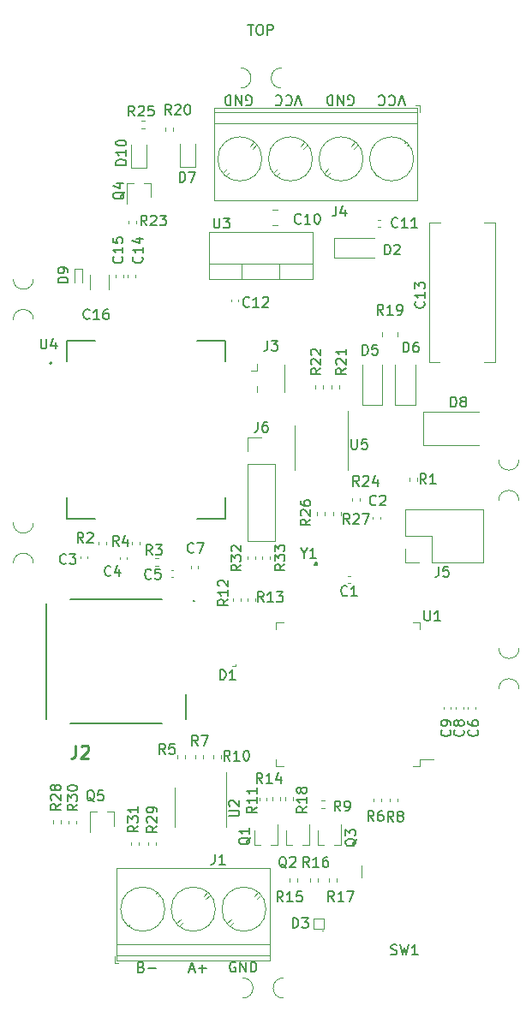
<source format=gbr>
%TF.GenerationSoftware,KiCad,Pcbnew,7.0.1*%
%TF.CreationDate,2023-05-17T13:30:03+02:00*%
%TF.ProjectId,Modbus_master,4d6f6462-7573-45f6-9d61-737465722e6b,rev?*%
%TF.SameCoordinates,Original*%
%TF.FileFunction,Legend,Top*%
%TF.FilePolarity,Positive*%
%FSLAX46Y46*%
G04 Gerber Fmt 4.6, Leading zero omitted, Abs format (unit mm)*
G04 Created by KiCad (PCBNEW 7.0.1) date 2023-05-17 13:30:03*
%MOMM*%
%LPD*%
G01*
G04 APERTURE LIST*
%ADD10C,0.150000*%
%ADD11C,0.254000*%
%ADD12C,0.120000*%
%ADD13C,0.200000*%
%ADD14C,0.100000*%
%ADD15C,0.127000*%
%ADD16C,0.110000*%
%ADD17C,0.400000*%
%ADD18C,0.010000*%
G04 APERTURE END LIST*
D10*
X136064761Y-54842380D02*
X135731428Y-53842380D01*
X135731428Y-53842380D02*
X135398095Y-54842380D01*
X134493333Y-53937619D02*
X134540952Y-53890000D01*
X134540952Y-53890000D02*
X134683809Y-53842380D01*
X134683809Y-53842380D02*
X134779047Y-53842380D01*
X134779047Y-53842380D02*
X134921904Y-53890000D01*
X134921904Y-53890000D02*
X135017142Y-53985238D01*
X135017142Y-53985238D02*
X135064761Y-54080476D01*
X135064761Y-54080476D02*
X135112380Y-54270952D01*
X135112380Y-54270952D02*
X135112380Y-54413809D01*
X135112380Y-54413809D02*
X135064761Y-54604285D01*
X135064761Y-54604285D02*
X135017142Y-54699523D01*
X135017142Y-54699523D02*
X134921904Y-54794761D01*
X134921904Y-54794761D02*
X134779047Y-54842380D01*
X134779047Y-54842380D02*
X134683809Y-54842380D01*
X134683809Y-54842380D02*
X134540952Y-54794761D01*
X134540952Y-54794761D02*
X134493333Y-54747142D01*
X133493333Y-53937619D02*
X133540952Y-53890000D01*
X133540952Y-53890000D02*
X133683809Y-53842380D01*
X133683809Y-53842380D02*
X133779047Y-53842380D01*
X133779047Y-53842380D02*
X133921904Y-53890000D01*
X133921904Y-53890000D02*
X134017142Y-53985238D01*
X134017142Y-53985238D02*
X134064761Y-54080476D01*
X134064761Y-54080476D02*
X134112380Y-54270952D01*
X134112380Y-54270952D02*
X134112380Y-54413809D01*
X134112380Y-54413809D02*
X134064761Y-54604285D01*
X134064761Y-54604285D02*
X134017142Y-54699523D01*
X134017142Y-54699523D02*
X133921904Y-54794761D01*
X133921904Y-54794761D02*
X133779047Y-54842380D01*
X133779047Y-54842380D02*
X133683809Y-54842380D01*
X133683809Y-54842380D02*
X133540952Y-54794761D01*
X133540952Y-54794761D02*
X133493333Y-54747142D01*
X124957976Y-140271904D02*
X125434166Y-140271904D01*
X124862738Y-140557619D02*
X125196071Y-139557619D01*
X125196071Y-139557619D02*
X125529404Y-140557619D01*
X125862738Y-140176666D02*
X126624643Y-140176666D01*
X126243690Y-140557619D02*
X126243690Y-139795714D01*
X130598095Y-54804761D02*
X130693333Y-54852380D01*
X130693333Y-54852380D02*
X130836190Y-54852380D01*
X130836190Y-54852380D02*
X130979047Y-54804761D01*
X130979047Y-54804761D02*
X131074285Y-54709523D01*
X131074285Y-54709523D02*
X131121904Y-54614285D01*
X131121904Y-54614285D02*
X131169523Y-54423809D01*
X131169523Y-54423809D02*
X131169523Y-54280952D01*
X131169523Y-54280952D02*
X131121904Y-54090476D01*
X131121904Y-54090476D02*
X131074285Y-53995238D01*
X131074285Y-53995238D02*
X130979047Y-53900000D01*
X130979047Y-53900000D02*
X130836190Y-53852380D01*
X130836190Y-53852380D02*
X130740952Y-53852380D01*
X130740952Y-53852380D02*
X130598095Y-53900000D01*
X130598095Y-53900000D02*
X130550476Y-53947619D01*
X130550476Y-53947619D02*
X130550476Y-54280952D01*
X130550476Y-54280952D02*
X130740952Y-54280952D01*
X130121904Y-53852380D02*
X130121904Y-54852380D01*
X130121904Y-54852380D02*
X129550476Y-53852380D01*
X129550476Y-53852380D02*
X129550476Y-54852380D01*
X129074285Y-53852380D02*
X129074285Y-54852380D01*
X129074285Y-54852380D02*
X128836190Y-54852380D01*
X128836190Y-54852380D02*
X128693333Y-54804761D01*
X128693333Y-54804761D02*
X128598095Y-54709523D01*
X128598095Y-54709523D02*
X128550476Y-54614285D01*
X128550476Y-54614285D02*
X128502857Y-54423809D01*
X128502857Y-54423809D02*
X128502857Y-54280952D01*
X128502857Y-54280952D02*
X128550476Y-54090476D01*
X128550476Y-54090476D02*
X128598095Y-53995238D01*
X128598095Y-53995238D02*
X128693333Y-53900000D01*
X128693333Y-53900000D02*
X128836190Y-53852380D01*
X128836190Y-53852380D02*
X129074285Y-53852380D01*
X120223928Y-140048809D02*
X120366785Y-140096428D01*
X120366785Y-140096428D02*
X120414404Y-140144047D01*
X120414404Y-140144047D02*
X120462023Y-140239285D01*
X120462023Y-140239285D02*
X120462023Y-140382142D01*
X120462023Y-140382142D02*
X120414404Y-140477380D01*
X120414404Y-140477380D02*
X120366785Y-140525000D01*
X120366785Y-140525000D02*
X120271547Y-140572619D01*
X120271547Y-140572619D02*
X119890595Y-140572619D01*
X119890595Y-140572619D02*
X119890595Y-139572619D01*
X119890595Y-139572619D02*
X120223928Y-139572619D01*
X120223928Y-139572619D02*
X120319166Y-139620238D01*
X120319166Y-139620238D02*
X120366785Y-139667857D01*
X120366785Y-139667857D02*
X120414404Y-139763095D01*
X120414404Y-139763095D02*
X120414404Y-139858333D01*
X120414404Y-139858333D02*
X120366785Y-139953571D01*
X120366785Y-139953571D02*
X120319166Y-140001190D01*
X120319166Y-140001190D02*
X120223928Y-140048809D01*
X120223928Y-140048809D02*
X119890595Y-140048809D01*
X120890595Y-140191666D02*
X121652500Y-140191666D01*
X140668095Y-54794761D02*
X140763333Y-54842380D01*
X140763333Y-54842380D02*
X140906190Y-54842380D01*
X140906190Y-54842380D02*
X141049047Y-54794761D01*
X141049047Y-54794761D02*
X141144285Y-54699523D01*
X141144285Y-54699523D02*
X141191904Y-54604285D01*
X141191904Y-54604285D02*
X141239523Y-54413809D01*
X141239523Y-54413809D02*
X141239523Y-54270952D01*
X141239523Y-54270952D02*
X141191904Y-54080476D01*
X141191904Y-54080476D02*
X141144285Y-53985238D01*
X141144285Y-53985238D02*
X141049047Y-53890000D01*
X141049047Y-53890000D02*
X140906190Y-53842380D01*
X140906190Y-53842380D02*
X140810952Y-53842380D01*
X140810952Y-53842380D02*
X140668095Y-53890000D01*
X140668095Y-53890000D02*
X140620476Y-53937619D01*
X140620476Y-53937619D02*
X140620476Y-54270952D01*
X140620476Y-54270952D02*
X140810952Y-54270952D01*
X140191904Y-53842380D02*
X140191904Y-54842380D01*
X140191904Y-54842380D02*
X139620476Y-53842380D01*
X139620476Y-53842380D02*
X139620476Y-54842380D01*
X139144285Y-53842380D02*
X139144285Y-54842380D01*
X139144285Y-54842380D02*
X138906190Y-54842380D01*
X138906190Y-54842380D02*
X138763333Y-54794761D01*
X138763333Y-54794761D02*
X138668095Y-54699523D01*
X138668095Y-54699523D02*
X138620476Y-54604285D01*
X138620476Y-54604285D02*
X138572857Y-54413809D01*
X138572857Y-54413809D02*
X138572857Y-54270952D01*
X138572857Y-54270952D02*
X138620476Y-54080476D01*
X138620476Y-54080476D02*
X138668095Y-53985238D01*
X138668095Y-53985238D02*
X138763333Y-53890000D01*
X138763333Y-53890000D02*
X138906190Y-53842380D01*
X138906190Y-53842380D02*
X139144285Y-53842380D01*
X129516904Y-139592738D02*
X129421666Y-139545119D01*
X129421666Y-139545119D02*
X129278809Y-139545119D01*
X129278809Y-139545119D02*
X129135952Y-139592738D01*
X129135952Y-139592738D02*
X129040714Y-139687976D01*
X129040714Y-139687976D02*
X128993095Y-139783214D01*
X128993095Y-139783214D02*
X128945476Y-139973690D01*
X128945476Y-139973690D02*
X128945476Y-140116547D01*
X128945476Y-140116547D02*
X128993095Y-140307023D01*
X128993095Y-140307023D02*
X129040714Y-140402261D01*
X129040714Y-140402261D02*
X129135952Y-140497500D01*
X129135952Y-140497500D02*
X129278809Y-140545119D01*
X129278809Y-140545119D02*
X129374047Y-140545119D01*
X129374047Y-140545119D02*
X129516904Y-140497500D01*
X129516904Y-140497500D02*
X129564523Y-140449880D01*
X129564523Y-140449880D02*
X129564523Y-140116547D01*
X129564523Y-140116547D02*
X129374047Y-140116547D01*
X129993095Y-140545119D02*
X129993095Y-139545119D01*
X129993095Y-139545119D02*
X130564523Y-140545119D01*
X130564523Y-140545119D02*
X130564523Y-139545119D01*
X131040714Y-140545119D02*
X131040714Y-139545119D01*
X131040714Y-139545119D02*
X131278809Y-139545119D01*
X131278809Y-139545119D02*
X131421666Y-139592738D01*
X131421666Y-139592738D02*
X131516904Y-139687976D01*
X131516904Y-139687976D02*
X131564523Y-139783214D01*
X131564523Y-139783214D02*
X131612142Y-139973690D01*
X131612142Y-139973690D02*
X131612142Y-140116547D01*
X131612142Y-140116547D02*
X131564523Y-140307023D01*
X131564523Y-140307023D02*
X131516904Y-140402261D01*
X131516904Y-140402261D02*
X131421666Y-140497500D01*
X131421666Y-140497500D02*
X131278809Y-140545119D01*
X131278809Y-140545119D02*
X131040714Y-140545119D01*
X146264761Y-54852380D02*
X145931428Y-53852380D01*
X145931428Y-53852380D02*
X145598095Y-54852380D01*
X144693333Y-53947619D02*
X144740952Y-53900000D01*
X144740952Y-53900000D02*
X144883809Y-53852380D01*
X144883809Y-53852380D02*
X144979047Y-53852380D01*
X144979047Y-53852380D02*
X145121904Y-53900000D01*
X145121904Y-53900000D02*
X145217142Y-53995238D01*
X145217142Y-53995238D02*
X145264761Y-54090476D01*
X145264761Y-54090476D02*
X145312380Y-54280952D01*
X145312380Y-54280952D02*
X145312380Y-54423809D01*
X145312380Y-54423809D02*
X145264761Y-54614285D01*
X145264761Y-54614285D02*
X145217142Y-54709523D01*
X145217142Y-54709523D02*
X145121904Y-54804761D01*
X145121904Y-54804761D02*
X144979047Y-54852380D01*
X144979047Y-54852380D02*
X144883809Y-54852380D01*
X144883809Y-54852380D02*
X144740952Y-54804761D01*
X144740952Y-54804761D02*
X144693333Y-54757142D01*
X143693333Y-53947619D02*
X143740952Y-53900000D01*
X143740952Y-53900000D02*
X143883809Y-53852380D01*
X143883809Y-53852380D02*
X143979047Y-53852380D01*
X143979047Y-53852380D02*
X144121904Y-53900000D01*
X144121904Y-53900000D02*
X144217142Y-53995238D01*
X144217142Y-53995238D02*
X144264761Y-54090476D01*
X144264761Y-54090476D02*
X144312380Y-54280952D01*
X144312380Y-54280952D02*
X144312380Y-54423809D01*
X144312380Y-54423809D02*
X144264761Y-54614285D01*
X144264761Y-54614285D02*
X144217142Y-54709523D01*
X144217142Y-54709523D02*
X144121904Y-54804761D01*
X144121904Y-54804761D02*
X143979047Y-54852380D01*
X143979047Y-54852380D02*
X143883809Y-54852380D01*
X143883809Y-54852380D02*
X143740952Y-54804761D01*
X143740952Y-54804761D02*
X143693333Y-54757142D01*
X130745238Y-46857619D02*
X131316666Y-46857619D01*
X131030952Y-47857619D02*
X131030952Y-46857619D01*
X131840476Y-46857619D02*
X132030952Y-46857619D01*
X132030952Y-46857619D02*
X132126190Y-46905238D01*
X132126190Y-46905238D02*
X132221428Y-47000476D01*
X132221428Y-47000476D02*
X132269047Y-47190952D01*
X132269047Y-47190952D02*
X132269047Y-47524285D01*
X132269047Y-47524285D02*
X132221428Y-47714761D01*
X132221428Y-47714761D02*
X132126190Y-47810000D01*
X132126190Y-47810000D02*
X132030952Y-47857619D01*
X132030952Y-47857619D02*
X131840476Y-47857619D01*
X131840476Y-47857619D02*
X131745238Y-47810000D01*
X131745238Y-47810000D02*
X131650000Y-47714761D01*
X131650000Y-47714761D02*
X131602381Y-47524285D01*
X131602381Y-47524285D02*
X131602381Y-47190952D01*
X131602381Y-47190952D02*
X131650000Y-47000476D01*
X131650000Y-47000476D02*
X131745238Y-46905238D01*
X131745238Y-46905238D02*
X131840476Y-46857619D01*
X132697619Y-47857619D02*
X132697619Y-46857619D01*
X132697619Y-46857619D02*
X133078571Y-46857619D01*
X133078571Y-46857619D02*
X133173809Y-46905238D01*
X133173809Y-46905238D02*
X133221428Y-46952857D01*
X133221428Y-46952857D02*
X133269047Y-47048095D01*
X133269047Y-47048095D02*
X133269047Y-47190952D01*
X133269047Y-47190952D02*
X133221428Y-47286190D01*
X133221428Y-47286190D02*
X133173809Y-47333809D01*
X133173809Y-47333809D02*
X133078571Y-47381428D01*
X133078571Y-47381428D02*
X132697619Y-47381428D01*
%TO.C,C6*%
X153427380Y-116596666D02*
X153475000Y-116644285D01*
X153475000Y-116644285D02*
X153522619Y-116787142D01*
X153522619Y-116787142D02*
X153522619Y-116882380D01*
X153522619Y-116882380D02*
X153475000Y-117025237D01*
X153475000Y-117025237D02*
X153379761Y-117120475D01*
X153379761Y-117120475D02*
X153284523Y-117168094D01*
X153284523Y-117168094D02*
X153094047Y-117215713D01*
X153094047Y-117215713D02*
X152951190Y-117215713D01*
X152951190Y-117215713D02*
X152760714Y-117168094D01*
X152760714Y-117168094D02*
X152665476Y-117120475D01*
X152665476Y-117120475D02*
X152570238Y-117025237D01*
X152570238Y-117025237D02*
X152522619Y-116882380D01*
X152522619Y-116882380D02*
X152522619Y-116787142D01*
X152522619Y-116787142D02*
X152570238Y-116644285D01*
X152570238Y-116644285D02*
X152617857Y-116596666D01*
X152522619Y-115739523D02*
X152522619Y-115929999D01*
X152522619Y-115929999D02*
X152570238Y-116025237D01*
X152570238Y-116025237D02*
X152617857Y-116072856D01*
X152617857Y-116072856D02*
X152760714Y-116168094D01*
X152760714Y-116168094D02*
X152951190Y-116215713D01*
X152951190Y-116215713D02*
X153332142Y-116215713D01*
X153332142Y-116215713D02*
X153427380Y-116168094D01*
X153427380Y-116168094D02*
X153475000Y-116120475D01*
X153475000Y-116120475D02*
X153522619Y-116025237D01*
X153522619Y-116025237D02*
X153522619Y-115834761D01*
X153522619Y-115834761D02*
X153475000Y-115739523D01*
X153475000Y-115739523D02*
X153427380Y-115691904D01*
X153427380Y-115691904D02*
X153332142Y-115644285D01*
X153332142Y-115644285D02*
X153094047Y-115644285D01*
X153094047Y-115644285D02*
X152998809Y-115691904D01*
X152998809Y-115691904D02*
X152951190Y-115739523D01*
X152951190Y-115739523D02*
X152903571Y-115834761D01*
X152903571Y-115834761D02*
X152903571Y-116025237D01*
X152903571Y-116025237D02*
X152951190Y-116120475D01*
X152951190Y-116120475D02*
X152998809Y-116168094D01*
X152998809Y-116168094D02*
X153094047Y-116215713D01*
%TO.C,J5*%
X149616666Y-100452619D02*
X149616666Y-101166904D01*
X149616666Y-101166904D02*
X149569047Y-101309761D01*
X149569047Y-101309761D02*
X149473809Y-101405000D01*
X149473809Y-101405000D02*
X149330952Y-101452619D01*
X149330952Y-101452619D02*
X149235714Y-101452619D01*
X150569047Y-100452619D02*
X150092857Y-100452619D01*
X150092857Y-100452619D02*
X150045238Y-100928809D01*
X150045238Y-100928809D02*
X150092857Y-100881190D01*
X150092857Y-100881190D02*
X150188095Y-100833571D01*
X150188095Y-100833571D02*
X150426190Y-100833571D01*
X150426190Y-100833571D02*
X150521428Y-100881190D01*
X150521428Y-100881190D02*
X150569047Y-100928809D01*
X150569047Y-100928809D02*
X150616666Y-101024047D01*
X150616666Y-101024047D02*
X150616666Y-101262142D01*
X150616666Y-101262142D02*
X150569047Y-101357380D01*
X150569047Y-101357380D02*
X150521428Y-101405000D01*
X150521428Y-101405000D02*
X150426190Y-101452619D01*
X150426190Y-101452619D02*
X150188095Y-101452619D01*
X150188095Y-101452619D02*
X150092857Y-101405000D01*
X150092857Y-101405000D02*
X150045238Y-101357380D01*
%TO.C,D5*%
X142061905Y-79512619D02*
X142061905Y-78512619D01*
X142061905Y-78512619D02*
X142300000Y-78512619D01*
X142300000Y-78512619D02*
X142442857Y-78560238D01*
X142442857Y-78560238D02*
X142538095Y-78655476D01*
X142538095Y-78655476D02*
X142585714Y-78750714D01*
X142585714Y-78750714D02*
X142633333Y-78941190D01*
X142633333Y-78941190D02*
X142633333Y-79084047D01*
X142633333Y-79084047D02*
X142585714Y-79274523D01*
X142585714Y-79274523D02*
X142538095Y-79369761D01*
X142538095Y-79369761D02*
X142442857Y-79465000D01*
X142442857Y-79465000D02*
X142300000Y-79512619D01*
X142300000Y-79512619D02*
X142061905Y-79512619D01*
X143538095Y-78512619D02*
X143061905Y-78512619D01*
X143061905Y-78512619D02*
X143014286Y-78988809D01*
X143014286Y-78988809D02*
X143061905Y-78941190D01*
X143061905Y-78941190D02*
X143157143Y-78893571D01*
X143157143Y-78893571D02*
X143395238Y-78893571D01*
X143395238Y-78893571D02*
X143490476Y-78941190D01*
X143490476Y-78941190D02*
X143538095Y-78988809D01*
X143538095Y-78988809D02*
X143585714Y-79084047D01*
X143585714Y-79084047D02*
X143585714Y-79322142D01*
X143585714Y-79322142D02*
X143538095Y-79417380D01*
X143538095Y-79417380D02*
X143490476Y-79465000D01*
X143490476Y-79465000D02*
X143395238Y-79512619D01*
X143395238Y-79512619D02*
X143157143Y-79512619D01*
X143157143Y-79512619D02*
X143061905Y-79465000D01*
X143061905Y-79465000D02*
X143014286Y-79417380D01*
%TO.C,R27*%
X140807142Y-96222619D02*
X140473809Y-95746428D01*
X140235714Y-96222619D02*
X140235714Y-95222619D01*
X140235714Y-95222619D02*
X140616666Y-95222619D01*
X140616666Y-95222619D02*
X140711904Y-95270238D01*
X140711904Y-95270238D02*
X140759523Y-95317857D01*
X140759523Y-95317857D02*
X140807142Y-95413095D01*
X140807142Y-95413095D02*
X140807142Y-95555952D01*
X140807142Y-95555952D02*
X140759523Y-95651190D01*
X140759523Y-95651190D02*
X140711904Y-95698809D01*
X140711904Y-95698809D02*
X140616666Y-95746428D01*
X140616666Y-95746428D02*
X140235714Y-95746428D01*
X141188095Y-95317857D02*
X141235714Y-95270238D01*
X141235714Y-95270238D02*
X141330952Y-95222619D01*
X141330952Y-95222619D02*
X141569047Y-95222619D01*
X141569047Y-95222619D02*
X141664285Y-95270238D01*
X141664285Y-95270238D02*
X141711904Y-95317857D01*
X141711904Y-95317857D02*
X141759523Y-95413095D01*
X141759523Y-95413095D02*
X141759523Y-95508333D01*
X141759523Y-95508333D02*
X141711904Y-95651190D01*
X141711904Y-95651190D02*
X141140476Y-96222619D01*
X141140476Y-96222619D02*
X141759523Y-96222619D01*
X142092857Y-95222619D02*
X142759523Y-95222619D01*
X142759523Y-95222619D02*
X142330952Y-96222619D01*
%TO.C,C10*%
X135982142Y-66467380D02*
X135934523Y-66515000D01*
X135934523Y-66515000D02*
X135791666Y-66562619D01*
X135791666Y-66562619D02*
X135696428Y-66562619D01*
X135696428Y-66562619D02*
X135553571Y-66515000D01*
X135553571Y-66515000D02*
X135458333Y-66419761D01*
X135458333Y-66419761D02*
X135410714Y-66324523D01*
X135410714Y-66324523D02*
X135363095Y-66134047D01*
X135363095Y-66134047D02*
X135363095Y-65991190D01*
X135363095Y-65991190D02*
X135410714Y-65800714D01*
X135410714Y-65800714D02*
X135458333Y-65705476D01*
X135458333Y-65705476D02*
X135553571Y-65610238D01*
X135553571Y-65610238D02*
X135696428Y-65562619D01*
X135696428Y-65562619D02*
X135791666Y-65562619D01*
X135791666Y-65562619D02*
X135934523Y-65610238D01*
X135934523Y-65610238D02*
X135982142Y-65657857D01*
X136934523Y-66562619D02*
X136363095Y-66562619D01*
X136648809Y-66562619D02*
X136648809Y-65562619D01*
X136648809Y-65562619D02*
X136553571Y-65705476D01*
X136553571Y-65705476D02*
X136458333Y-65800714D01*
X136458333Y-65800714D02*
X136363095Y-65848333D01*
X137553571Y-65562619D02*
X137648809Y-65562619D01*
X137648809Y-65562619D02*
X137744047Y-65610238D01*
X137744047Y-65610238D02*
X137791666Y-65657857D01*
X137791666Y-65657857D02*
X137839285Y-65753095D01*
X137839285Y-65753095D02*
X137886904Y-65943571D01*
X137886904Y-65943571D02*
X137886904Y-66181666D01*
X137886904Y-66181666D02*
X137839285Y-66372142D01*
X137839285Y-66372142D02*
X137791666Y-66467380D01*
X137791666Y-66467380D02*
X137744047Y-66515000D01*
X137744047Y-66515000D02*
X137648809Y-66562619D01*
X137648809Y-66562619D02*
X137553571Y-66562619D01*
X137553571Y-66562619D02*
X137458333Y-66515000D01*
X137458333Y-66515000D02*
X137410714Y-66467380D01*
X137410714Y-66467380D02*
X137363095Y-66372142D01*
X137363095Y-66372142D02*
X137315476Y-66181666D01*
X137315476Y-66181666D02*
X137315476Y-65943571D01*
X137315476Y-65943571D02*
X137363095Y-65753095D01*
X137363095Y-65753095D02*
X137410714Y-65657857D01*
X137410714Y-65657857D02*
X137458333Y-65610238D01*
X137458333Y-65610238D02*
X137553571Y-65562619D01*
%TO.C,C12*%
X130882142Y-74692380D02*
X130834523Y-74740000D01*
X130834523Y-74740000D02*
X130691666Y-74787619D01*
X130691666Y-74787619D02*
X130596428Y-74787619D01*
X130596428Y-74787619D02*
X130453571Y-74740000D01*
X130453571Y-74740000D02*
X130358333Y-74644761D01*
X130358333Y-74644761D02*
X130310714Y-74549523D01*
X130310714Y-74549523D02*
X130263095Y-74359047D01*
X130263095Y-74359047D02*
X130263095Y-74216190D01*
X130263095Y-74216190D02*
X130310714Y-74025714D01*
X130310714Y-74025714D02*
X130358333Y-73930476D01*
X130358333Y-73930476D02*
X130453571Y-73835238D01*
X130453571Y-73835238D02*
X130596428Y-73787619D01*
X130596428Y-73787619D02*
X130691666Y-73787619D01*
X130691666Y-73787619D02*
X130834523Y-73835238D01*
X130834523Y-73835238D02*
X130882142Y-73882857D01*
X131834523Y-74787619D02*
X131263095Y-74787619D01*
X131548809Y-74787619D02*
X131548809Y-73787619D01*
X131548809Y-73787619D02*
X131453571Y-73930476D01*
X131453571Y-73930476D02*
X131358333Y-74025714D01*
X131358333Y-74025714D02*
X131263095Y-74073333D01*
X132215476Y-73882857D02*
X132263095Y-73835238D01*
X132263095Y-73835238D02*
X132358333Y-73787619D01*
X132358333Y-73787619D02*
X132596428Y-73787619D01*
X132596428Y-73787619D02*
X132691666Y-73835238D01*
X132691666Y-73835238D02*
X132739285Y-73882857D01*
X132739285Y-73882857D02*
X132786904Y-73978095D01*
X132786904Y-73978095D02*
X132786904Y-74073333D01*
X132786904Y-74073333D02*
X132739285Y-74216190D01*
X132739285Y-74216190D02*
X132167857Y-74787619D01*
X132167857Y-74787619D02*
X132786904Y-74787619D01*
D11*
%TO.C,J2*%
X113746667Y-118117526D02*
X113746667Y-119024669D01*
X113746667Y-119024669D02*
X113686190Y-119206097D01*
X113686190Y-119206097D02*
X113565238Y-119327050D01*
X113565238Y-119327050D02*
X113383809Y-119387526D01*
X113383809Y-119387526D02*
X113262857Y-119387526D01*
X114290952Y-118238478D02*
X114351428Y-118178002D01*
X114351428Y-118178002D02*
X114472381Y-118117526D01*
X114472381Y-118117526D02*
X114774762Y-118117526D01*
X114774762Y-118117526D02*
X114895714Y-118178002D01*
X114895714Y-118178002D02*
X114956190Y-118238478D01*
X114956190Y-118238478D02*
X115016667Y-118359430D01*
X115016667Y-118359430D02*
X115016667Y-118480383D01*
X115016667Y-118480383D02*
X114956190Y-118661811D01*
X114956190Y-118661811D02*
X114230476Y-119387526D01*
X114230476Y-119387526D02*
X115016667Y-119387526D01*
D10*
%TO.C,Q1*%
X130987857Y-127215238D02*
X130940238Y-127310476D01*
X130940238Y-127310476D02*
X130845000Y-127405714D01*
X130845000Y-127405714D02*
X130702142Y-127548571D01*
X130702142Y-127548571D02*
X130654523Y-127643809D01*
X130654523Y-127643809D02*
X130654523Y-127739047D01*
X130892619Y-127691428D02*
X130845000Y-127786666D01*
X130845000Y-127786666D02*
X130749761Y-127881904D01*
X130749761Y-127881904D02*
X130559285Y-127929523D01*
X130559285Y-127929523D02*
X130225952Y-127929523D01*
X130225952Y-127929523D02*
X130035476Y-127881904D01*
X130035476Y-127881904D02*
X129940238Y-127786666D01*
X129940238Y-127786666D02*
X129892619Y-127691428D01*
X129892619Y-127691428D02*
X129892619Y-127500952D01*
X129892619Y-127500952D02*
X129940238Y-127405714D01*
X129940238Y-127405714D02*
X130035476Y-127310476D01*
X130035476Y-127310476D02*
X130225952Y-127262857D01*
X130225952Y-127262857D02*
X130559285Y-127262857D01*
X130559285Y-127262857D02*
X130749761Y-127310476D01*
X130749761Y-127310476D02*
X130845000Y-127405714D01*
X130845000Y-127405714D02*
X130892619Y-127500952D01*
X130892619Y-127500952D02*
X130892619Y-127691428D01*
X130892619Y-126310476D02*
X130892619Y-126881904D01*
X130892619Y-126596190D02*
X129892619Y-126596190D01*
X129892619Y-126596190D02*
X130035476Y-126691428D01*
X130035476Y-126691428D02*
X130130714Y-126786666D01*
X130130714Y-126786666D02*
X130178333Y-126881904D01*
%TO.C,R4*%
X117993333Y-98392619D02*
X117660000Y-97916428D01*
X117421905Y-98392619D02*
X117421905Y-97392619D01*
X117421905Y-97392619D02*
X117802857Y-97392619D01*
X117802857Y-97392619D02*
X117898095Y-97440238D01*
X117898095Y-97440238D02*
X117945714Y-97487857D01*
X117945714Y-97487857D02*
X117993333Y-97583095D01*
X117993333Y-97583095D02*
X117993333Y-97725952D01*
X117993333Y-97725952D02*
X117945714Y-97821190D01*
X117945714Y-97821190D02*
X117898095Y-97868809D01*
X117898095Y-97868809D02*
X117802857Y-97916428D01*
X117802857Y-97916428D02*
X117421905Y-97916428D01*
X118850476Y-97725952D02*
X118850476Y-98392619D01*
X118612381Y-97345000D02*
X118374286Y-98059285D01*
X118374286Y-98059285D02*
X118993333Y-98059285D01*
%TO.C,C3*%
X112793333Y-100097380D02*
X112745714Y-100145000D01*
X112745714Y-100145000D02*
X112602857Y-100192619D01*
X112602857Y-100192619D02*
X112507619Y-100192619D01*
X112507619Y-100192619D02*
X112364762Y-100145000D01*
X112364762Y-100145000D02*
X112269524Y-100049761D01*
X112269524Y-100049761D02*
X112221905Y-99954523D01*
X112221905Y-99954523D02*
X112174286Y-99764047D01*
X112174286Y-99764047D02*
X112174286Y-99621190D01*
X112174286Y-99621190D02*
X112221905Y-99430714D01*
X112221905Y-99430714D02*
X112269524Y-99335476D01*
X112269524Y-99335476D02*
X112364762Y-99240238D01*
X112364762Y-99240238D02*
X112507619Y-99192619D01*
X112507619Y-99192619D02*
X112602857Y-99192619D01*
X112602857Y-99192619D02*
X112745714Y-99240238D01*
X112745714Y-99240238D02*
X112793333Y-99287857D01*
X113126667Y-99192619D02*
X113745714Y-99192619D01*
X113745714Y-99192619D02*
X113412381Y-99573571D01*
X113412381Y-99573571D02*
X113555238Y-99573571D01*
X113555238Y-99573571D02*
X113650476Y-99621190D01*
X113650476Y-99621190D02*
X113698095Y-99668809D01*
X113698095Y-99668809D02*
X113745714Y-99764047D01*
X113745714Y-99764047D02*
X113745714Y-100002142D01*
X113745714Y-100002142D02*
X113698095Y-100097380D01*
X113698095Y-100097380D02*
X113650476Y-100145000D01*
X113650476Y-100145000D02*
X113555238Y-100192619D01*
X113555238Y-100192619D02*
X113269524Y-100192619D01*
X113269524Y-100192619D02*
X113174286Y-100145000D01*
X113174286Y-100145000D02*
X113126667Y-100097380D01*
%TO.C,R6*%
X143203333Y-125612619D02*
X142870000Y-125136428D01*
X142631905Y-125612619D02*
X142631905Y-124612619D01*
X142631905Y-124612619D02*
X143012857Y-124612619D01*
X143012857Y-124612619D02*
X143108095Y-124660238D01*
X143108095Y-124660238D02*
X143155714Y-124707857D01*
X143155714Y-124707857D02*
X143203333Y-124803095D01*
X143203333Y-124803095D02*
X143203333Y-124945952D01*
X143203333Y-124945952D02*
X143155714Y-125041190D01*
X143155714Y-125041190D02*
X143108095Y-125088809D01*
X143108095Y-125088809D02*
X143012857Y-125136428D01*
X143012857Y-125136428D02*
X142631905Y-125136428D01*
X144060476Y-124612619D02*
X143870000Y-124612619D01*
X143870000Y-124612619D02*
X143774762Y-124660238D01*
X143774762Y-124660238D02*
X143727143Y-124707857D01*
X143727143Y-124707857D02*
X143631905Y-124850714D01*
X143631905Y-124850714D02*
X143584286Y-125041190D01*
X143584286Y-125041190D02*
X143584286Y-125422142D01*
X143584286Y-125422142D02*
X143631905Y-125517380D01*
X143631905Y-125517380D02*
X143679524Y-125565000D01*
X143679524Y-125565000D02*
X143774762Y-125612619D01*
X143774762Y-125612619D02*
X143965238Y-125612619D01*
X143965238Y-125612619D02*
X144060476Y-125565000D01*
X144060476Y-125565000D02*
X144108095Y-125517380D01*
X144108095Y-125517380D02*
X144155714Y-125422142D01*
X144155714Y-125422142D02*
X144155714Y-125184047D01*
X144155714Y-125184047D02*
X144108095Y-125088809D01*
X144108095Y-125088809D02*
X144060476Y-125041190D01*
X144060476Y-125041190D02*
X143965238Y-124993571D01*
X143965238Y-124993571D02*
X143774762Y-124993571D01*
X143774762Y-124993571D02*
X143679524Y-125041190D01*
X143679524Y-125041190D02*
X143631905Y-125088809D01*
X143631905Y-125088809D02*
X143584286Y-125184047D01*
%TO.C,R11*%
X131632619Y-124222857D02*
X131156428Y-124556190D01*
X131632619Y-124794285D02*
X130632619Y-124794285D01*
X130632619Y-124794285D02*
X130632619Y-124413333D01*
X130632619Y-124413333D02*
X130680238Y-124318095D01*
X130680238Y-124318095D02*
X130727857Y-124270476D01*
X130727857Y-124270476D02*
X130823095Y-124222857D01*
X130823095Y-124222857D02*
X130965952Y-124222857D01*
X130965952Y-124222857D02*
X131061190Y-124270476D01*
X131061190Y-124270476D02*
X131108809Y-124318095D01*
X131108809Y-124318095D02*
X131156428Y-124413333D01*
X131156428Y-124413333D02*
X131156428Y-124794285D01*
X131632619Y-123270476D02*
X131632619Y-123841904D01*
X131632619Y-123556190D02*
X130632619Y-123556190D01*
X130632619Y-123556190D02*
X130775476Y-123651428D01*
X130775476Y-123651428D02*
X130870714Y-123746666D01*
X130870714Y-123746666D02*
X130918333Y-123841904D01*
X131632619Y-122318095D02*
X131632619Y-122889523D01*
X131632619Y-122603809D02*
X130632619Y-122603809D01*
X130632619Y-122603809D02*
X130775476Y-122699047D01*
X130775476Y-122699047D02*
X130870714Y-122794285D01*
X130870714Y-122794285D02*
X130918333Y-122889523D01*
%TO.C,U4*%
X110288095Y-77912619D02*
X110288095Y-78722142D01*
X110288095Y-78722142D02*
X110335714Y-78817380D01*
X110335714Y-78817380D02*
X110383333Y-78865000D01*
X110383333Y-78865000D02*
X110478571Y-78912619D01*
X110478571Y-78912619D02*
X110669047Y-78912619D01*
X110669047Y-78912619D02*
X110764285Y-78865000D01*
X110764285Y-78865000D02*
X110811904Y-78817380D01*
X110811904Y-78817380D02*
X110859523Y-78722142D01*
X110859523Y-78722142D02*
X110859523Y-77912619D01*
X111764285Y-78245952D02*
X111764285Y-78912619D01*
X111526190Y-77865000D02*
X111288095Y-78579285D01*
X111288095Y-78579285D02*
X111907142Y-78579285D01*
%TO.C,R21*%
X140472619Y-80822857D02*
X139996428Y-81156190D01*
X140472619Y-81394285D02*
X139472619Y-81394285D01*
X139472619Y-81394285D02*
X139472619Y-81013333D01*
X139472619Y-81013333D02*
X139520238Y-80918095D01*
X139520238Y-80918095D02*
X139567857Y-80870476D01*
X139567857Y-80870476D02*
X139663095Y-80822857D01*
X139663095Y-80822857D02*
X139805952Y-80822857D01*
X139805952Y-80822857D02*
X139901190Y-80870476D01*
X139901190Y-80870476D02*
X139948809Y-80918095D01*
X139948809Y-80918095D02*
X139996428Y-81013333D01*
X139996428Y-81013333D02*
X139996428Y-81394285D01*
X139567857Y-80441904D02*
X139520238Y-80394285D01*
X139520238Y-80394285D02*
X139472619Y-80299047D01*
X139472619Y-80299047D02*
X139472619Y-80060952D01*
X139472619Y-80060952D02*
X139520238Y-79965714D01*
X139520238Y-79965714D02*
X139567857Y-79918095D01*
X139567857Y-79918095D02*
X139663095Y-79870476D01*
X139663095Y-79870476D02*
X139758333Y-79870476D01*
X139758333Y-79870476D02*
X139901190Y-79918095D01*
X139901190Y-79918095D02*
X140472619Y-80489523D01*
X140472619Y-80489523D02*
X140472619Y-79870476D01*
X140472619Y-78918095D02*
X140472619Y-79489523D01*
X140472619Y-79203809D02*
X139472619Y-79203809D01*
X139472619Y-79203809D02*
X139615476Y-79299047D01*
X139615476Y-79299047D02*
X139710714Y-79394285D01*
X139710714Y-79394285D02*
X139758333Y-79489523D01*
%TO.C,R2*%
X114493333Y-98092619D02*
X114160000Y-97616428D01*
X113921905Y-98092619D02*
X113921905Y-97092619D01*
X113921905Y-97092619D02*
X114302857Y-97092619D01*
X114302857Y-97092619D02*
X114398095Y-97140238D01*
X114398095Y-97140238D02*
X114445714Y-97187857D01*
X114445714Y-97187857D02*
X114493333Y-97283095D01*
X114493333Y-97283095D02*
X114493333Y-97425952D01*
X114493333Y-97425952D02*
X114445714Y-97521190D01*
X114445714Y-97521190D02*
X114398095Y-97568809D01*
X114398095Y-97568809D02*
X114302857Y-97616428D01*
X114302857Y-97616428D02*
X113921905Y-97616428D01*
X114874286Y-97187857D02*
X114921905Y-97140238D01*
X114921905Y-97140238D02*
X115017143Y-97092619D01*
X115017143Y-97092619D02*
X115255238Y-97092619D01*
X115255238Y-97092619D02*
X115350476Y-97140238D01*
X115350476Y-97140238D02*
X115398095Y-97187857D01*
X115398095Y-97187857D02*
X115445714Y-97283095D01*
X115445714Y-97283095D02*
X115445714Y-97378333D01*
X115445714Y-97378333D02*
X115398095Y-97521190D01*
X115398095Y-97521190D02*
X114826667Y-98092619D01*
X114826667Y-98092619D02*
X115445714Y-98092619D01*
%TO.C,R32*%
X130082619Y-100257857D02*
X129606428Y-100591190D01*
X130082619Y-100829285D02*
X129082619Y-100829285D01*
X129082619Y-100829285D02*
X129082619Y-100448333D01*
X129082619Y-100448333D02*
X129130238Y-100353095D01*
X129130238Y-100353095D02*
X129177857Y-100305476D01*
X129177857Y-100305476D02*
X129273095Y-100257857D01*
X129273095Y-100257857D02*
X129415952Y-100257857D01*
X129415952Y-100257857D02*
X129511190Y-100305476D01*
X129511190Y-100305476D02*
X129558809Y-100353095D01*
X129558809Y-100353095D02*
X129606428Y-100448333D01*
X129606428Y-100448333D02*
X129606428Y-100829285D01*
X129082619Y-99924523D02*
X129082619Y-99305476D01*
X129082619Y-99305476D02*
X129463571Y-99638809D01*
X129463571Y-99638809D02*
X129463571Y-99495952D01*
X129463571Y-99495952D02*
X129511190Y-99400714D01*
X129511190Y-99400714D02*
X129558809Y-99353095D01*
X129558809Y-99353095D02*
X129654047Y-99305476D01*
X129654047Y-99305476D02*
X129892142Y-99305476D01*
X129892142Y-99305476D02*
X129987380Y-99353095D01*
X129987380Y-99353095D02*
X130035000Y-99400714D01*
X130035000Y-99400714D02*
X130082619Y-99495952D01*
X130082619Y-99495952D02*
X130082619Y-99781666D01*
X130082619Y-99781666D02*
X130035000Y-99876904D01*
X130035000Y-99876904D02*
X129987380Y-99924523D01*
X129177857Y-98924523D02*
X129130238Y-98876904D01*
X129130238Y-98876904D02*
X129082619Y-98781666D01*
X129082619Y-98781666D02*
X129082619Y-98543571D01*
X129082619Y-98543571D02*
X129130238Y-98448333D01*
X129130238Y-98448333D02*
X129177857Y-98400714D01*
X129177857Y-98400714D02*
X129273095Y-98353095D01*
X129273095Y-98353095D02*
X129368333Y-98353095D01*
X129368333Y-98353095D02*
X129511190Y-98400714D01*
X129511190Y-98400714D02*
X130082619Y-98972142D01*
X130082619Y-98972142D02*
X130082619Y-98353095D01*
%TO.C,C16*%
X115117142Y-75897380D02*
X115069523Y-75945000D01*
X115069523Y-75945000D02*
X114926666Y-75992619D01*
X114926666Y-75992619D02*
X114831428Y-75992619D01*
X114831428Y-75992619D02*
X114688571Y-75945000D01*
X114688571Y-75945000D02*
X114593333Y-75849761D01*
X114593333Y-75849761D02*
X114545714Y-75754523D01*
X114545714Y-75754523D02*
X114498095Y-75564047D01*
X114498095Y-75564047D02*
X114498095Y-75421190D01*
X114498095Y-75421190D02*
X114545714Y-75230714D01*
X114545714Y-75230714D02*
X114593333Y-75135476D01*
X114593333Y-75135476D02*
X114688571Y-75040238D01*
X114688571Y-75040238D02*
X114831428Y-74992619D01*
X114831428Y-74992619D02*
X114926666Y-74992619D01*
X114926666Y-74992619D02*
X115069523Y-75040238D01*
X115069523Y-75040238D02*
X115117142Y-75087857D01*
X116069523Y-75992619D02*
X115498095Y-75992619D01*
X115783809Y-75992619D02*
X115783809Y-74992619D01*
X115783809Y-74992619D02*
X115688571Y-75135476D01*
X115688571Y-75135476D02*
X115593333Y-75230714D01*
X115593333Y-75230714D02*
X115498095Y-75278333D01*
X116926666Y-74992619D02*
X116736190Y-74992619D01*
X116736190Y-74992619D02*
X116640952Y-75040238D01*
X116640952Y-75040238D02*
X116593333Y-75087857D01*
X116593333Y-75087857D02*
X116498095Y-75230714D01*
X116498095Y-75230714D02*
X116450476Y-75421190D01*
X116450476Y-75421190D02*
X116450476Y-75802142D01*
X116450476Y-75802142D02*
X116498095Y-75897380D01*
X116498095Y-75897380D02*
X116545714Y-75945000D01*
X116545714Y-75945000D02*
X116640952Y-75992619D01*
X116640952Y-75992619D02*
X116831428Y-75992619D01*
X116831428Y-75992619D02*
X116926666Y-75945000D01*
X116926666Y-75945000D02*
X116974285Y-75897380D01*
X116974285Y-75897380D02*
X117021904Y-75802142D01*
X117021904Y-75802142D02*
X117021904Y-75564047D01*
X117021904Y-75564047D02*
X116974285Y-75468809D01*
X116974285Y-75468809D02*
X116926666Y-75421190D01*
X116926666Y-75421190D02*
X116831428Y-75373571D01*
X116831428Y-75373571D02*
X116640952Y-75373571D01*
X116640952Y-75373571D02*
X116545714Y-75421190D01*
X116545714Y-75421190D02*
X116498095Y-75468809D01*
X116498095Y-75468809D02*
X116450476Y-75564047D01*
%TO.C,R7*%
X125833333Y-118137619D02*
X125500000Y-117661428D01*
X125261905Y-118137619D02*
X125261905Y-117137619D01*
X125261905Y-117137619D02*
X125642857Y-117137619D01*
X125642857Y-117137619D02*
X125738095Y-117185238D01*
X125738095Y-117185238D02*
X125785714Y-117232857D01*
X125785714Y-117232857D02*
X125833333Y-117328095D01*
X125833333Y-117328095D02*
X125833333Y-117470952D01*
X125833333Y-117470952D02*
X125785714Y-117566190D01*
X125785714Y-117566190D02*
X125738095Y-117613809D01*
X125738095Y-117613809D02*
X125642857Y-117661428D01*
X125642857Y-117661428D02*
X125261905Y-117661428D01*
X126166667Y-117137619D02*
X126833333Y-117137619D01*
X126833333Y-117137619D02*
X126404762Y-118137619D01*
%TO.C,R25*%
X119554642Y-55875119D02*
X119221309Y-55398928D01*
X118983214Y-55875119D02*
X118983214Y-54875119D01*
X118983214Y-54875119D02*
X119364166Y-54875119D01*
X119364166Y-54875119D02*
X119459404Y-54922738D01*
X119459404Y-54922738D02*
X119507023Y-54970357D01*
X119507023Y-54970357D02*
X119554642Y-55065595D01*
X119554642Y-55065595D02*
X119554642Y-55208452D01*
X119554642Y-55208452D02*
X119507023Y-55303690D01*
X119507023Y-55303690D02*
X119459404Y-55351309D01*
X119459404Y-55351309D02*
X119364166Y-55398928D01*
X119364166Y-55398928D02*
X118983214Y-55398928D01*
X119935595Y-54970357D02*
X119983214Y-54922738D01*
X119983214Y-54922738D02*
X120078452Y-54875119D01*
X120078452Y-54875119D02*
X120316547Y-54875119D01*
X120316547Y-54875119D02*
X120411785Y-54922738D01*
X120411785Y-54922738D02*
X120459404Y-54970357D01*
X120459404Y-54970357D02*
X120507023Y-55065595D01*
X120507023Y-55065595D02*
X120507023Y-55160833D01*
X120507023Y-55160833D02*
X120459404Y-55303690D01*
X120459404Y-55303690D02*
X119887976Y-55875119D01*
X119887976Y-55875119D02*
X120507023Y-55875119D01*
X121411785Y-54875119D02*
X120935595Y-54875119D01*
X120935595Y-54875119D02*
X120887976Y-55351309D01*
X120887976Y-55351309D02*
X120935595Y-55303690D01*
X120935595Y-55303690D02*
X121030833Y-55256071D01*
X121030833Y-55256071D02*
X121268928Y-55256071D01*
X121268928Y-55256071D02*
X121364166Y-55303690D01*
X121364166Y-55303690D02*
X121411785Y-55351309D01*
X121411785Y-55351309D02*
X121459404Y-55446547D01*
X121459404Y-55446547D02*
X121459404Y-55684642D01*
X121459404Y-55684642D02*
X121411785Y-55779880D01*
X121411785Y-55779880D02*
X121364166Y-55827500D01*
X121364166Y-55827500D02*
X121268928Y-55875119D01*
X121268928Y-55875119D02*
X121030833Y-55875119D01*
X121030833Y-55875119D02*
X120935595Y-55827500D01*
X120935595Y-55827500D02*
X120887976Y-55779880D01*
%TO.C,R24*%
X141747142Y-92472619D02*
X141413809Y-91996428D01*
X141175714Y-92472619D02*
X141175714Y-91472619D01*
X141175714Y-91472619D02*
X141556666Y-91472619D01*
X141556666Y-91472619D02*
X141651904Y-91520238D01*
X141651904Y-91520238D02*
X141699523Y-91567857D01*
X141699523Y-91567857D02*
X141747142Y-91663095D01*
X141747142Y-91663095D02*
X141747142Y-91805952D01*
X141747142Y-91805952D02*
X141699523Y-91901190D01*
X141699523Y-91901190D02*
X141651904Y-91948809D01*
X141651904Y-91948809D02*
X141556666Y-91996428D01*
X141556666Y-91996428D02*
X141175714Y-91996428D01*
X142128095Y-91567857D02*
X142175714Y-91520238D01*
X142175714Y-91520238D02*
X142270952Y-91472619D01*
X142270952Y-91472619D02*
X142509047Y-91472619D01*
X142509047Y-91472619D02*
X142604285Y-91520238D01*
X142604285Y-91520238D02*
X142651904Y-91567857D01*
X142651904Y-91567857D02*
X142699523Y-91663095D01*
X142699523Y-91663095D02*
X142699523Y-91758333D01*
X142699523Y-91758333D02*
X142651904Y-91901190D01*
X142651904Y-91901190D02*
X142080476Y-92472619D01*
X142080476Y-92472619D02*
X142699523Y-92472619D01*
X143556666Y-91805952D02*
X143556666Y-92472619D01*
X143318571Y-91425000D02*
X143080476Y-92139285D01*
X143080476Y-92139285D02*
X143699523Y-92139285D01*
%TO.C,R10*%
X128987142Y-119642619D02*
X128653809Y-119166428D01*
X128415714Y-119642619D02*
X128415714Y-118642619D01*
X128415714Y-118642619D02*
X128796666Y-118642619D01*
X128796666Y-118642619D02*
X128891904Y-118690238D01*
X128891904Y-118690238D02*
X128939523Y-118737857D01*
X128939523Y-118737857D02*
X128987142Y-118833095D01*
X128987142Y-118833095D02*
X128987142Y-118975952D01*
X128987142Y-118975952D02*
X128939523Y-119071190D01*
X128939523Y-119071190D02*
X128891904Y-119118809D01*
X128891904Y-119118809D02*
X128796666Y-119166428D01*
X128796666Y-119166428D02*
X128415714Y-119166428D01*
X129939523Y-119642619D02*
X129368095Y-119642619D01*
X129653809Y-119642619D02*
X129653809Y-118642619D01*
X129653809Y-118642619D02*
X129558571Y-118785476D01*
X129558571Y-118785476D02*
X129463333Y-118880714D01*
X129463333Y-118880714D02*
X129368095Y-118928333D01*
X130558571Y-118642619D02*
X130653809Y-118642619D01*
X130653809Y-118642619D02*
X130749047Y-118690238D01*
X130749047Y-118690238D02*
X130796666Y-118737857D01*
X130796666Y-118737857D02*
X130844285Y-118833095D01*
X130844285Y-118833095D02*
X130891904Y-119023571D01*
X130891904Y-119023571D02*
X130891904Y-119261666D01*
X130891904Y-119261666D02*
X130844285Y-119452142D01*
X130844285Y-119452142D02*
X130796666Y-119547380D01*
X130796666Y-119547380D02*
X130749047Y-119595000D01*
X130749047Y-119595000D02*
X130653809Y-119642619D01*
X130653809Y-119642619D02*
X130558571Y-119642619D01*
X130558571Y-119642619D02*
X130463333Y-119595000D01*
X130463333Y-119595000D02*
X130415714Y-119547380D01*
X130415714Y-119547380D02*
X130368095Y-119452142D01*
X130368095Y-119452142D02*
X130320476Y-119261666D01*
X130320476Y-119261666D02*
X130320476Y-119023571D01*
X130320476Y-119023571D02*
X130368095Y-118833095D01*
X130368095Y-118833095D02*
X130415714Y-118737857D01*
X130415714Y-118737857D02*
X130463333Y-118690238D01*
X130463333Y-118690238D02*
X130558571Y-118642619D01*
%TO.C,D9*%
X112972619Y-72388094D02*
X111972619Y-72388094D01*
X111972619Y-72388094D02*
X111972619Y-72149999D01*
X111972619Y-72149999D02*
X112020238Y-72007142D01*
X112020238Y-72007142D02*
X112115476Y-71911904D01*
X112115476Y-71911904D02*
X112210714Y-71864285D01*
X112210714Y-71864285D02*
X112401190Y-71816666D01*
X112401190Y-71816666D02*
X112544047Y-71816666D01*
X112544047Y-71816666D02*
X112734523Y-71864285D01*
X112734523Y-71864285D02*
X112829761Y-71911904D01*
X112829761Y-71911904D02*
X112925000Y-72007142D01*
X112925000Y-72007142D02*
X112972619Y-72149999D01*
X112972619Y-72149999D02*
X112972619Y-72388094D01*
X112972619Y-71340475D02*
X112972619Y-71149999D01*
X112972619Y-71149999D02*
X112925000Y-71054761D01*
X112925000Y-71054761D02*
X112877380Y-71007142D01*
X112877380Y-71007142D02*
X112734523Y-70911904D01*
X112734523Y-70911904D02*
X112544047Y-70864285D01*
X112544047Y-70864285D02*
X112163095Y-70864285D01*
X112163095Y-70864285D02*
X112067857Y-70911904D01*
X112067857Y-70911904D02*
X112020238Y-70959523D01*
X112020238Y-70959523D02*
X111972619Y-71054761D01*
X111972619Y-71054761D02*
X111972619Y-71245237D01*
X111972619Y-71245237D02*
X112020238Y-71340475D01*
X112020238Y-71340475D02*
X112067857Y-71388094D01*
X112067857Y-71388094D02*
X112163095Y-71435713D01*
X112163095Y-71435713D02*
X112401190Y-71435713D01*
X112401190Y-71435713D02*
X112496428Y-71388094D01*
X112496428Y-71388094D02*
X112544047Y-71340475D01*
X112544047Y-71340475D02*
X112591666Y-71245237D01*
X112591666Y-71245237D02*
X112591666Y-71054761D01*
X112591666Y-71054761D02*
X112544047Y-70959523D01*
X112544047Y-70959523D02*
X112496428Y-70911904D01*
X112496428Y-70911904D02*
X112401190Y-70864285D01*
%TO.C,C4*%
X117203333Y-101287380D02*
X117155714Y-101335000D01*
X117155714Y-101335000D02*
X117012857Y-101382619D01*
X117012857Y-101382619D02*
X116917619Y-101382619D01*
X116917619Y-101382619D02*
X116774762Y-101335000D01*
X116774762Y-101335000D02*
X116679524Y-101239761D01*
X116679524Y-101239761D02*
X116631905Y-101144523D01*
X116631905Y-101144523D02*
X116584286Y-100954047D01*
X116584286Y-100954047D02*
X116584286Y-100811190D01*
X116584286Y-100811190D02*
X116631905Y-100620714D01*
X116631905Y-100620714D02*
X116679524Y-100525476D01*
X116679524Y-100525476D02*
X116774762Y-100430238D01*
X116774762Y-100430238D02*
X116917619Y-100382619D01*
X116917619Y-100382619D02*
X117012857Y-100382619D01*
X117012857Y-100382619D02*
X117155714Y-100430238D01*
X117155714Y-100430238D02*
X117203333Y-100477857D01*
X118060476Y-100715952D02*
X118060476Y-101382619D01*
X117822381Y-100335000D02*
X117584286Y-101049285D01*
X117584286Y-101049285D02*
X118203333Y-101049285D01*
%TO.C,U1*%
X148198095Y-104792619D02*
X148198095Y-105602142D01*
X148198095Y-105602142D02*
X148245714Y-105697380D01*
X148245714Y-105697380D02*
X148293333Y-105745000D01*
X148293333Y-105745000D02*
X148388571Y-105792619D01*
X148388571Y-105792619D02*
X148579047Y-105792619D01*
X148579047Y-105792619D02*
X148674285Y-105745000D01*
X148674285Y-105745000D02*
X148721904Y-105697380D01*
X148721904Y-105697380D02*
X148769523Y-105602142D01*
X148769523Y-105602142D02*
X148769523Y-104792619D01*
X149769523Y-105792619D02*
X149198095Y-105792619D01*
X149483809Y-105792619D02*
X149483809Y-104792619D01*
X149483809Y-104792619D02*
X149388571Y-104935476D01*
X149388571Y-104935476D02*
X149293333Y-105030714D01*
X149293333Y-105030714D02*
X149198095Y-105078333D01*
%TO.C,D2*%
X144261905Y-69587619D02*
X144261905Y-68587619D01*
X144261905Y-68587619D02*
X144500000Y-68587619D01*
X144500000Y-68587619D02*
X144642857Y-68635238D01*
X144642857Y-68635238D02*
X144738095Y-68730476D01*
X144738095Y-68730476D02*
X144785714Y-68825714D01*
X144785714Y-68825714D02*
X144833333Y-69016190D01*
X144833333Y-69016190D02*
X144833333Y-69159047D01*
X144833333Y-69159047D02*
X144785714Y-69349523D01*
X144785714Y-69349523D02*
X144738095Y-69444761D01*
X144738095Y-69444761D02*
X144642857Y-69540000D01*
X144642857Y-69540000D02*
X144500000Y-69587619D01*
X144500000Y-69587619D02*
X144261905Y-69587619D01*
X145214286Y-68682857D02*
X145261905Y-68635238D01*
X145261905Y-68635238D02*
X145357143Y-68587619D01*
X145357143Y-68587619D02*
X145595238Y-68587619D01*
X145595238Y-68587619D02*
X145690476Y-68635238D01*
X145690476Y-68635238D02*
X145738095Y-68682857D01*
X145738095Y-68682857D02*
X145785714Y-68778095D01*
X145785714Y-68778095D02*
X145785714Y-68873333D01*
X145785714Y-68873333D02*
X145738095Y-69016190D01*
X145738095Y-69016190D02*
X145166667Y-69587619D01*
X145166667Y-69587619D02*
X145785714Y-69587619D01*
%TO.C,Q5*%
X115579761Y-123682857D02*
X115484523Y-123635238D01*
X115484523Y-123635238D02*
X115389285Y-123540000D01*
X115389285Y-123540000D02*
X115246428Y-123397142D01*
X115246428Y-123397142D02*
X115151190Y-123349523D01*
X115151190Y-123349523D02*
X115055952Y-123349523D01*
X115103571Y-123587619D02*
X115008333Y-123540000D01*
X115008333Y-123540000D02*
X114913095Y-123444761D01*
X114913095Y-123444761D02*
X114865476Y-123254285D01*
X114865476Y-123254285D02*
X114865476Y-122920952D01*
X114865476Y-122920952D02*
X114913095Y-122730476D01*
X114913095Y-122730476D02*
X115008333Y-122635238D01*
X115008333Y-122635238D02*
X115103571Y-122587619D01*
X115103571Y-122587619D02*
X115294047Y-122587619D01*
X115294047Y-122587619D02*
X115389285Y-122635238D01*
X115389285Y-122635238D02*
X115484523Y-122730476D01*
X115484523Y-122730476D02*
X115532142Y-122920952D01*
X115532142Y-122920952D02*
X115532142Y-123254285D01*
X115532142Y-123254285D02*
X115484523Y-123444761D01*
X115484523Y-123444761D02*
X115389285Y-123540000D01*
X115389285Y-123540000D02*
X115294047Y-123587619D01*
X115294047Y-123587619D02*
X115103571Y-123587619D01*
X116436904Y-122587619D02*
X115960714Y-122587619D01*
X115960714Y-122587619D02*
X115913095Y-123063809D01*
X115913095Y-123063809D02*
X115960714Y-123016190D01*
X115960714Y-123016190D02*
X116055952Y-122968571D01*
X116055952Y-122968571D02*
X116294047Y-122968571D01*
X116294047Y-122968571D02*
X116389285Y-123016190D01*
X116389285Y-123016190D02*
X116436904Y-123063809D01*
X116436904Y-123063809D02*
X116484523Y-123159047D01*
X116484523Y-123159047D02*
X116484523Y-123397142D01*
X116484523Y-123397142D02*
X116436904Y-123492380D01*
X116436904Y-123492380D02*
X116389285Y-123540000D01*
X116389285Y-123540000D02*
X116294047Y-123587619D01*
X116294047Y-123587619D02*
X116055952Y-123587619D01*
X116055952Y-123587619D02*
X115960714Y-123540000D01*
X115960714Y-123540000D02*
X115913095Y-123492380D01*
%TO.C,SW1*%
X144896667Y-138785000D02*
X145039524Y-138832619D01*
X145039524Y-138832619D02*
X145277619Y-138832619D01*
X145277619Y-138832619D02*
X145372857Y-138785000D01*
X145372857Y-138785000D02*
X145420476Y-138737380D01*
X145420476Y-138737380D02*
X145468095Y-138642142D01*
X145468095Y-138642142D02*
X145468095Y-138546904D01*
X145468095Y-138546904D02*
X145420476Y-138451666D01*
X145420476Y-138451666D02*
X145372857Y-138404047D01*
X145372857Y-138404047D02*
X145277619Y-138356428D01*
X145277619Y-138356428D02*
X145087143Y-138308809D01*
X145087143Y-138308809D02*
X144991905Y-138261190D01*
X144991905Y-138261190D02*
X144944286Y-138213571D01*
X144944286Y-138213571D02*
X144896667Y-138118333D01*
X144896667Y-138118333D02*
X144896667Y-138023095D01*
X144896667Y-138023095D02*
X144944286Y-137927857D01*
X144944286Y-137927857D02*
X144991905Y-137880238D01*
X144991905Y-137880238D02*
X145087143Y-137832619D01*
X145087143Y-137832619D02*
X145325238Y-137832619D01*
X145325238Y-137832619D02*
X145468095Y-137880238D01*
X145801429Y-137832619D02*
X146039524Y-138832619D01*
X146039524Y-138832619D02*
X146230000Y-138118333D01*
X146230000Y-138118333D02*
X146420476Y-138832619D01*
X146420476Y-138832619D02*
X146658572Y-137832619D01*
X147563333Y-138832619D02*
X146991905Y-138832619D01*
X147277619Y-138832619D02*
X147277619Y-137832619D01*
X147277619Y-137832619D02*
X147182381Y-137975476D01*
X147182381Y-137975476D02*
X147087143Y-138070714D01*
X147087143Y-138070714D02*
X146991905Y-138118333D01*
%TO.C,R30*%
X113912619Y-123967857D02*
X113436428Y-124301190D01*
X113912619Y-124539285D02*
X112912619Y-124539285D01*
X112912619Y-124539285D02*
X112912619Y-124158333D01*
X112912619Y-124158333D02*
X112960238Y-124063095D01*
X112960238Y-124063095D02*
X113007857Y-124015476D01*
X113007857Y-124015476D02*
X113103095Y-123967857D01*
X113103095Y-123967857D02*
X113245952Y-123967857D01*
X113245952Y-123967857D02*
X113341190Y-124015476D01*
X113341190Y-124015476D02*
X113388809Y-124063095D01*
X113388809Y-124063095D02*
X113436428Y-124158333D01*
X113436428Y-124158333D02*
X113436428Y-124539285D01*
X112912619Y-123634523D02*
X112912619Y-123015476D01*
X112912619Y-123015476D02*
X113293571Y-123348809D01*
X113293571Y-123348809D02*
X113293571Y-123205952D01*
X113293571Y-123205952D02*
X113341190Y-123110714D01*
X113341190Y-123110714D02*
X113388809Y-123063095D01*
X113388809Y-123063095D02*
X113484047Y-123015476D01*
X113484047Y-123015476D02*
X113722142Y-123015476D01*
X113722142Y-123015476D02*
X113817380Y-123063095D01*
X113817380Y-123063095D02*
X113865000Y-123110714D01*
X113865000Y-123110714D02*
X113912619Y-123205952D01*
X113912619Y-123205952D02*
X113912619Y-123491666D01*
X113912619Y-123491666D02*
X113865000Y-123586904D01*
X113865000Y-123586904D02*
X113817380Y-123634523D01*
X112912619Y-122396428D02*
X112912619Y-122301190D01*
X112912619Y-122301190D02*
X112960238Y-122205952D01*
X112960238Y-122205952D02*
X113007857Y-122158333D01*
X113007857Y-122158333D02*
X113103095Y-122110714D01*
X113103095Y-122110714D02*
X113293571Y-122063095D01*
X113293571Y-122063095D02*
X113531666Y-122063095D01*
X113531666Y-122063095D02*
X113722142Y-122110714D01*
X113722142Y-122110714D02*
X113817380Y-122158333D01*
X113817380Y-122158333D02*
X113865000Y-122205952D01*
X113865000Y-122205952D02*
X113912619Y-122301190D01*
X113912619Y-122301190D02*
X113912619Y-122396428D01*
X113912619Y-122396428D02*
X113865000Y-122491666D01*
X113865000Y-122491666D02*
X113817380Y-122539285D01*
X113817380Y-122539285D02*
X113722142Y-122586904D01*
X113722142Y-122586904D02*
X113531666Y-122634523D01*
X113531666Y-122634523D02*
X113293571Y-122634523D01*
X113293571Y-122634523D02*
X113103095Y-122586904D01*
X113103095Y-122586904D02*
X113007857Y-122539285D01*
X113007857Y-122539285D02*
X112960238Y-122491666D01*
X112960238Y-122491666D02*
X112912619Y-122396428D01*
%TO.C,C15*%
X118297380Y-69792857D02*
X118345000Y-69840476D01*
X118345000Y-69840476D02*
X118392619Y-69983333D01*
X118392619Y-69983333D02*
X118392619Y-70078571D01*
X118392619Y-70078571D02*
X118345000Y-70221428D01*
X118345000Y-70221428D02*
X118249761Y-70316666D01*
X118249761Y-70316666D02*
X118154523Y-70364285D01*
X118154523Y-70364285D02*
X117964047Y-70411904D01*
X117964047Y-70411904D02*
X117821190Y-70411904D01*
X117821190Y-70411904D02*
X117630714Y-70364285D01*
X117630714Y-70364285D02*
X117535476Y-70316666D01*
X117535476Y-70316666D02*
X117440238Y-70221428D01*
X117440238Y-70221428D02*
X117392619Y-70078571D01*
X117392619Y-70078571D02*
X117392619Y-69983333D01*
X117392619Y-69983333D02*
X117440238Y-69840476D01*
X117440238Y-69840476D02*
X117487857Y-69792857D01*
X118392619Y-68840476D02*
X118392619Y-69411904D01*
X118392619Y-69126190D02*
X117392619Y-69126190D01*
X117392619Y-69126190D02*
X117535476Y-69221428D01*
X117535476Y-69221428D02*
X117630714Y-69316666D01*
X117630714Y-69316666D02*
X117678333Y-69411904D01*
X117392619Y-67935714D02*
X117392619Y-68411904D01*
X117392619Y-68411904D02*
X117868809Y-68459523D01*
X117868809Y-68459523D02*
X117821190Y-68411904D01*
X117821190Y-68411904D02*
X117773571Y-68316666D01*
X117773571Y-68316666D02*
X117773571Y-68078571D01*
X117773571Y-68078571D02*
X117821190Y-67983333D01*
X117821190Y-67983333D02*
X117868809Y-67935714D01*
X117868809Y-67935714D02*
X117964047Y-67888095D01*
X117964047Y-67888095D02*
X118202142Y-67888095D01*
X118202142Y-67888095D02*
X118297380Y-67935714D01*
X118297380Y-67935714D02*
X118345000Y-67983333D01*
X118345000Y-67983333D02*
X118392619Y-68078571D01*
X118392619Y-68078571D02*
X118392619Y-68316666D01*
X118392619Y-68316666D02*
X118345000Y-68411904D01*
X118345000Y-68411904D02*
X118297380Y-68459523D01*
%TO.C,R18*%
X136582619Y-124192857D02*
X136106428Y-124526190D01*
X136582619Y-124764285D02*
X135582619Y-124764285D01*
X135582619Y-124764285D02*
X135582619Y-124383333D01*
X135582619Y-124383333D02*
X135630238Y-124288095D01*
X135630238Y-124288095D02*
X135677857Y-124240476D01*
X135677857Y-124240476D02*
X135773095Y-124192857D01*
X135773095Y-124192857D02*
X135915952Y-124192857D01*
X135915952Y-124192857D02*
X136011190Y-124240476D01*
X136011190Y-124240476D02*
X136058809Y-124288095D01*
X136058809Y-124288095D02*
X136106428Y-124383333D01*
X136106428Y-124383333D02*
X136106428Y-124764285D01*
X136582619Y-123240476D02*
X136582619Y-123811904D01*
X136582619Y-123526190D02*
X135582619Y-123526190D01*
X135582619Y-123526190D02*
X135725476Y-123621428D01*
X135725476Y-123621428D02*
X135820714Y-123716666D01*
X135820714Y-123716666D02*
X135868333Y-123811904D01*
X136011190Y-122669047D02*
X135963571Y-122764285D01*
X135963571Y-122764285D02*
X135915952Y-122811904D01*
X135915952Y-122811904D02*
X135820714Y-122859523D01*
X135820714Y-122859523D02*
X135773095Y-122859523D01*
X135773095Y-122859523D02*
X135677857Y-122811904D01*
X135677857Y-122811904D02*
X135630238Y-122764285D01*
X135630238Y-122764285D02*
X135582619Y-122669047D01*
X135582619Y-122669047D02*
X135582619Y-122478571D01*
X135582619Y-122478571D02*
X135630238Y-122383333D01*
X135630238Y-122383333D02*
X135677857Y-122335714D01*
X135677857Y-122335714D02*
X135773095Y-122288095D01*
X135773095Y-122288095D02*
X135820714Y-122288095D01*
X135820714Y-122288095D02*
X135915952Y-122335714D01*
X135915952Y-122335714D02*
X135963571Y-122383333D01*
X135963571Y-122383333D02*
X136011190Y-122478571D01*
X136011190Y-122478571D02*
X136011190Y-122669047D01*
X136011190Y-122669047D02*
X136058809Y-122764285D01*
X136058809Y-122764285D02*
X136106428Y-122811904D01*
X136106428Y-122811904D02*
X136201666Y-122859523D01*
X136201666Y-122859523D02*
X136392142Y-122859523D01*
X136392142Y-122859523D02*
X136487380Y-122811904D01*
X136487380Y-122811904D02*
X136535000Y-122764285D01*
X136535000Y-122764285D02*
X136582619Y-122669047D01*
X136582619Y-122669047D02*
X136582619Y-122478571D01*
X136582619Y-122478571D02*
X136535000Y-122383333D01*
X136535000Y-122383333D02*
X136487380Y-122335714D01*
X136487380Y-122335714D02*
X136392142Y-122288095D01*
X136392142Y-122288095D02*
X136201666Y-122288095D01*
X136201666Y-122288095D02*
X136106428Y-122335714D01*
X136106428Y-122335714D02*
X136058809Y-122383333D01*
X136058809Y-122383333D02*
X136011190Y-122478571D01*
%TO.C,R20*%
X123167142Y-55760119D02*
X122833809Y-55283928D01*
X122595714Y-55760119D02*
X122595714Y-54760119D01*
X122595714Y-54760119D02*
X122976666Y-54760119D01*
X122976666Y-54760119D02*
X123071904Y-54807738D01*
X123071904Y-54807738D02*
X123119523Y-54855357D01*
X123119523Y-54855357D02*
X123167142Y-54950595D01*
X123167142Y-54950595D02*
X123167142Y-55093452D01*
X123167142Y-55093452D02*
X123119523Y-55188690D01*
X123119523Y-55188690D02*
X123071904Y-55236309D01*
X123071904Y-55236309D02*
X122976666Y-55283928D01*
X122976666Y-55283928D02*
X122595714Y-55283928D01*
X123548095Y-54855357D02*
X123595714Y-54807738D01*
X123595714Y-54807738D02*
X123690952Y-54760119D01*
X123690952Y-54760119D02*
X123929047Y-54760119D01*
X123929047Y-54760119D02*
X124024285Y-54807738D01*
X124024285Y-54807738D02*
X124071904Y-54855357D01*
X124071904Y-54855357D02*
X124119523Y-54950595D01*
X124119523Y-54950595D02*
X124119523Y-55045833D01*
X124119523Y-55045833D02*
X124071904Y-55188690D01*
X124071904Y-55188690D02*
X123500476Y-55760119D01*
X123500476Y-55760119D02*
X124119523Y-55760119D01*
X124738571Y-54760119D02*
X124833809Y-54760119D01*
X124833809Y-54760119D02*
X124929047Y-54807738D01*
X124929047Y-54807738D02*
X124976666Y-54855357D01*
X124976666Y-54855357D02*
X125024285Y-54950595D01*
X125024285Y-54950595D02*
X125071904Y-55141071D01*
X125071904Y-55141071D02*
X125071904Y-55379166D01*
X125071904Y-55379166D02*
X125024285Y-55569642D01*
X125024285Y-55569642D02*
X124976666Y-55664880D01*
X124976666Y-55664880D02*
X124929047Y-55712500D01*
X124929047Y-55712500D02*
X124833809Y-55760119D01*
X124833809Y-55760119D02*
X124738571Y-55760119D01*
X124738571Y-55760119D02*
X124643333Y-55712500D01*
X124643333Y-55712500D02*
X124595714Y-55664880D01*
X124595714Y-55664880D02*
X124548095Y-55569642D01*
X124548095Y-55569642D02*
X124500476Y-55379166D01*
X124500476Y-55379166D02*
X124500476Y-55141071D01*
X124500476Y-55141071D02*
X124548095Y-54950595D01*
X124548095Y-54950595D02*
X124595714Y-54855357D01*
X124595714Y-54855357D02*
X124643333Y-54807738D01*
X124643333Y-54807738D02*
X124738571Y-54760119D01*
%TO.C,R8*%
X145143333Y-125662619D02*
X144810000Y-125186428D01*
X144571905Y-125662619D02*
X144571905Y-124662619D01*
X144571905Y-124662619D02*
X144952857Y-124662619D01*
X144952857Y-124662619D02*
X145048095Y-124710238D01*
X145048095Y-124710238D02*
X145095714Y-124757857D01*
X145095714Y-124757857D02*
X145143333Y-124853095D01*
X145143333Y-124853095D02*
X145143333Y-124995952D01*
X145143333Y-124995952D02*
X145095714Y-125091190D01*
X145095714Y-125091190D02*
X145048095Y-125138809D01*
X145048095Y-125138809D02*
X144952857Y-125186428D01*
X144952857Y-125186428D02*
X144571905Y-125186428D01*
X145714762Y-125091190D02*
X145619524Y-125043571D01*
X145619524Y-125043571D02*
X145571905Y-124995952D01*
X145571905Y-124995952D02*
X145524286Y-124900714D01*
X145524286Y-124900714D02*
X145524286Y-124853095D01*
X145524286Y-124853095D02*
X145571905Y-124757857D01*
X145571905Y-124757857D02*
X145619524Y-124710238D01*
X145619524Y-124710238D02*
X145714762Y-124662619D01*
X145714762Y-124662619D02*
X145905238Y-124662619D01*
X145905238Y-124662619D02*
X146000476Y-124710238D01*
X146000476Y-124710238D02*
X146048095Y-124757857D01*
X146048095Y-124757857D02*
X146095714Y-124853095D01*
X146095714Y-124853095D02*
X146095714Y-124900714D01*
X146095714Y-124900714D02*
X146048095Y-124995952D01*
X146048095Y-124995952D02*
X146000476Y-125043571D01*
X146000476Y-125043571D02*
X145905238Y-125091190D01*
X145905238Y-125091190D02*
X145714762Y-125091190D01*
X145714762Y-125091190D02*
X145619524Y-125138809D01*
X145619524Y-125138809D02*
X145571905Y-125186428D01*
X145571905Y-125186428D02*
X145524286Y-125281666D01*
X145524286Y-125281666D02*
X145524286Y-125472142D01*
X145524286Y-125472142D02*
X145571905Y-125567380D01*
X145571905Y-125567380D02*
X145619524Y-125615000D01*
X145619524Y-125615000D02*
X145714762Y-125662619D01*
X145714762Y-125662619D02*
X145905238Y-125662619D01*
X145905238Y-125662619D02*
X146000476Y-125615000D01*
X146000476Y-125615000D02*
X146048095Y-125567380D01*
X146048095Y-125567380D02*
X146095714Y-125472142D01*
X146095714Y-125472142D02*
X146095714Y-125281666D01*
X146095714Y-125281666D02*
X146048095Y-125186428D01*
X146048095Y-125186428D02*
X146000476Y-125138809D01*
X146000476Y-125138809D02*
X145905238Y-125091190D01*
%TO.C,C9*%
X150727380Y-116596666D02*
X150775000Y-116644285D01*
X150775000Y-116644285D02*
X150822619Y-116787142D01*
X150822619Y-116787142D02*
X150822619Y-116882380D01*
X150822619Y-116882380D02*
X150775000Y-117025237D01*
X150775000Y-117025237D02*
X150679761Y-117120475D01*
X150679761Y-117120475D02*
X150584523Y-117168094D01*
X150584523Y-117168094D02*
X150394047Y-117215713D01*
X150394047Y-117215713D02*
X150251190Y-117215713D01*
X150251190Y-117215713D02*
X150060714Y-117168094D01*
X150060714Y-117168094D02*
X149965476Y-117120475D01*
X149965476Y-117120475D02*
X149870238Y-117025237D01*
X149870238Y-117025237D02*
X149822619Y-116882380D01*
X149822619Y-116882380D02*
X149822619Y-116787142D01*
X149822619Y-116787142D02*
X149870238Y-116644285D01*
X149870238Y-116644285D02*
X149917857Y-116596666D01*
X150822619Y-116120475D02*
X150822619Y-115929999D01*
X150822619Y-115929999D02*
X150775000Y-115834761D01*
X150775000Y-115834761D02*
X150727380Y-115787142D01*
X150727380Y-115787142D02*
X150584523Y-115691904D01*
X150584523Y-115691904D02*
X150394047Y-115644285D01*
X150394047Y-115644285D02*
X150013095Y-115644285D01*
X150013095Y-115644285D02*
X149917857Y-115691904D01*
X149917857Y-115691904D02*
X149870238Y-115739523D01*
X149870238Y-115739523D02*
X149822619Y-115834761D01*
X149822619Y-115834761D02*
X149822619Y-116025237D01*
X149822619Y-116025237D02*
X149870238Y-116120475D01*
X149870238Y-116120475D02*
X149917857Y-116168094D01*
X149917857Y-116168094D02*
X150013095Y-116215713D01*
X150013095Y-116215713D02*
X150251190Y-116215713D01*
X150251190Y-116215713D02*
X150346428Y-116168094D01*
X150346428Y-116168094D02*
X150394047Y-116120475D01*
X150394047Y-116120475D02*
X150441666Y-116025237D01*
X150441666Y-116025237D02*
X150441666Y-115834761D01*
X150441666Y-115834761D02*
X150394047Y-115739523D01*
X150394047Y-115739523D02*
X150346428Y-115691904D01*
X150346428Y-115691904D02*
X150251190Y-115644285D01*
%TO.C,D10*%
X118722619Y-60744285D02*
X117722619Y-60744285D01*
X117722619Y-60744285D02*
X117722619Y-60506190D01*
X117722619Y-60506190D02*
X117770238Y-60363333D01*
X117770238Y-60363333D02*
X117865476Y-60268095D01*
X117865476Y-60268095D02*
X117960714Y-60220476D01*
X117960714Y-60220476D02*
X118151190Y-60172857D01*
X118151190Y-60172857D02*
X118294047Y-60172857D01*
X118294047Y-60172857D02*
X118484523Y-60220476D01*
X118484523Y-60220476D02*
X118579761Y-60268095D01*
X118579761Y-60268095D02*
X118675000Y-60363333D01*
X118675000Y-60363333D02*
X118722619Y-60506190D01*
X118722619Y-60506190D02*
X118722619Y-60744285D01*
X118722619Y-59220476D02*
X118722619Y-59791904D01*
X118722619Y-59506190D02*
X117722619Y-59506190D01*
X117722619Y-59506190D02*
X117865476Y-59601428D01*
X117865476Y-59601428D02*
X117960714Y-59696666D01*
X117960714Y-59696666D02*
X118008333Y-59791904D01*
X117722619Y-58601428D02*
X117722619Y-58506190D01*
X117722619Y-58506190D02*
X117770238Y-58410952D01*
X117770238Y-58410952D02*
X117817857Y-58363333D01*
X117817857Y-58363333D02*
X117913095Y-58315714D01*
X117913095Y-58315714D02*
X118103571Y-58268095D01*
X118103571Y-58268095D02*
X118341666Y-58268095D01*
X118341666Y-58268095D02*
X118532142Y-58315714D01*
X118532142Y-58315714D02*
X118627380Y-58363333D01*
X118627380Y-58363333D02*
X118675000Y-58410952D01*
X118675000Y-58410952D02*
X118722619Y-58506190D01*
X118722619Y-58506190D02*
X118722619Y-58601428D01*
X118722619Y-58601428D02*
X118675000Y-58696666D01*
X118675000Y-58696666D02*
X118627380Y-58744285D01*
X118627380Y-58744285D02*
X118532142Y-58791904D01*
X118532142Y-58791904D02*
X118341666Y-58839523D01*
X118341666Y-58839523D02*
X118103571Y-58839523D01*
X118103571Y-58839523D02*
X117913095Y-58791904D01*
X117913095Y-58791904D02*
X117817857Y-58744285D01*
X117817857Y-58744285D02*
X117770238Y-58696666D01*
X117770238Y-58696666D02*
X117722619Y-58601428D01*
%TO.C,C8*%
X152027380Y-116596666D02*
X152075000Y-116644285D01*
X152075000Y-116644285D02*
X152122619Y-116787142D01*
X152122619Y-116787142D02*
X152122619Y-116882380D01*
X152122619Y-116882380D02*
X152075000Y-117025237D01*
X152075000Y-117025237D02*
X151979761Y-117120475D01*
X151979761Y-117120475D02*
X151884523Y-117168094D01*
X151884523Y-117168094D02*
X151694047Y-117215713D01*
X151694047Y-117215713D02*
X151551190Y-117215713D01*
X151551190Y-117215713D02*
X151360714Y-117168094D01*
X151360714Y-117168094D02*
X151265476Y-117120475D01*
X151265476Y-117120475D02*
X151170238Y-117025237D01*
X151170238Y-117025237D02*
X151122619Y-116882380D01*
X151122619Y-116882380D02*
X151122619Y-116787142D01*
X151122619Y-116787142D02*
X151170238Y-116644285D01*
X151170238Y-116644285D02*
X151217857Y-116596666D01*
X151551190Y-116025237D02*
X151503571Y-116120475D01*
X151503571Y-116120475D02*
X151455952Y-116168094D01*
X151455952Y-116168094D02*
X151360714Y-116215713D01*
X151360714Y-116215713D02*
X151313095Y-116215713D01*
X151313095Y-116215713D02*
X151217857Y-116168094D01*
X151217857Y-116168094D02*
X151170238Y-116120475D01*
X151170238Y-116120475D02*
X151122619Y-116025237D01*
X151122619Y-116025237D02*
X151122619Y-115834761D01*
X151122619Y-115834761D02*
X151170238Y-115739523D01*
X151170238Y-115739523D02*
X151217857Y-115691904D01*
X151217857Y-115691904D02*
X151313095Y-115644285D01*
X151313095Y-115644285D02*
X151360714Y-115644285D01*
X151360714Y-115644285D02*
X151455952Y-115691904D01*
X151455952Y-115691904D02*
X151503571Y-115739523D01*
X151503571Y-115739523D02*
X151551190Y-115834761D01*
X151551190Y-115834761D02*
X151551190Y-116025237D01*
X151551190Y-116025237D02*
X151598809Y-116120475D01*
X151598809Y-116120475D02*
X151646428Y-116168094D01*
X151646428Y-116168094D02*
X151741666Y-116215713D01*
X151741666Y-116215713D02*
X151932142Y-116215713D01*
X151932142Y-116215713D02*
X152027380Y-116168094D01*
X152027380Y-116168094D02*
X152075000Y-116120475D01*
X152075000Y-116120475D02*
X152122619Y-116025237D01*
X152122619Y-116025237D02*
X152122619Y-115834761D01*
X152122619Y-115834761D02*
X152075000Y-115739523D01*
X152075000Y-115739523D02*
X152027380Y-115691904D01*
X152027380Y-115691904D02*
X151932142Y-115644285D01*
X151932142Y-115644285D02*
X151741666Y-115644285D01*
X151741666Y-115644285D02*
X151646428Y-115691904D01*
X151646428Y-115691904D02*
X151598809Y-115739523D01*
X151598809Y-115739523D02*
X151551190Y-115834761D01*
%TO.C,D7*%
X124011905Y-62412619D02*
X124011905Y-61412619D01*
X124011905Y-61412619D02*
X124250000Y-61412619D01*
X124250000Y-61412619D02*
X124392857Y-61460238D01*
X124392857Y-61460238D02*
X124488095Y-61555476D01*
X124488095Y-61555476D02*
X124535714Y-61650714D01*
X124535714Y-61650714D02*
X124583333Y-61841190D01*
X124583333Y-61841190D02*
X124583333Y-61984047D01*
X124583333Y-61984047D02*
X124535714Y-62174523D01*
X124535714Y-62174523D02*
X124488095Y-62269761D01*
X124488095Y-62269761D02*
X124392857Y-62365000D01*
X124392857Y-62365000D02*
X124250000Y-62412619D01*
X124250000Y-62412619D02*
X124011905Y-62412619D01*
X124916667Y-61412619D02*
X125583333Y-61412619D01*
X125583333Y-61412619D02*
X125154762Y-62412619D01*
%TO.C,C13*%
X148157380Y-74252857D02*
X148205000Y-74300476D01*
X148205000Y-74300476D02*
X148252619Y-74443333D01*
X148252619Y-74443333D02*
X148252619Y-74538571D01*
X148252619Y-74538571D02*
X148205000Y-74681428D01*
X148205000Y-74681428D02*
X148109761Y-74776666D01*
X148109761Y-74776666D02*
X148014523Y-74824285D01*
X148014523Y-74824285D02*
X147824047Y-74871904D01*
X147824047Y-74871904D02*
X147681190Y-74871904D01*
X147681190Y-74871904D02*
X147490714Y-74824285D01*
X147490714Y-74824285D02*
X147395476Y-74776666D01*
X147395476Y-74776666D02*
X147300238Y-74681428D01*
X147300238Y-74681428D02*
X147252619Y-74538571D01*
X147252619Y-74538571D02*
X147252619Y-74443333D01*
X147252619Y-74443333D02*
X147300238Y-74300476D01*
X147300238Y-74300476D02*
X147347857Y-74252857D01*
X148252619Y-73300476D02*
X148252619Y-73871904D01*
X148252619Y-73586190D02*
X147252619Y-73586190D01*
X147252619Y-73586190D02*
X147395476Y-73681428D01*
X147395476Y-73681428D02*
X147490714Y-73776666D01*
X147490714Y-73776666D02*
X147538333Y-73871904D01*
X147252619Y-72967142D02*
X147252619Y-72348095D01*
X147252619Y-72348095D02*
X147633571Y-72681428D01*
X147633571Y-72681428D02*
X147633571Y-72538571D01*
X147633571Y-72538571D02*
X147681190Y-72443333D01*
X147681190Y-72443333D02*
X147728809Y-72395714D01*
X147728809Y-72395714D02*
X147824047Y-72348095D01*
X147824047Y-72348095D02*
X148062142Y-72348095D01*
X148062142Y-72348095D02*
X148157380Y-72395714D01*
X148157380Y-72395714D02*
X148205000Y-72443333D01*
X148205000Y-72443333D02*
X148252619Y-72538571D01*
X148252619Y-72538571D02*
X148252619Y-72824285D01*
X148252619Y-72824285D02*
X148205000Y-72919523D01*
X148205000Y-72919523D02*
X148157380Y-72967142D01*
%TO.C,J1*%
X127491666Y-128912619D02*
X127491666Y-129626904D01*
X127491666Y-129626904D02*
X127444047Y-129769761D01*
X127444047Y-129769761D02*
X127348809Y-129865000D01*
X127348809Y-129865000D02*
X127205952Y-129912619D01*
X127205952Y-129912619D02*
X127110714Y-129912619D01*
X128491666Y-129912619D02*
X127920238Y-129912619D01*
X128205952Y-129912619D02*
X128205952Y-128912619D01*
X128205952Y-128912619D02*
X128110714Y-129055476D01*
X128110714Y-129055476D02*
X128015476Y-129150714D01*
X128015476Y-129150714D02*
X127920238Y-129198333D01*
%TO.C,R26*%
X136932619Y-95772857D02*
X136456428Y-96106190D01*
X136932619Y-96344285D02*
X135932619Y-96344285D01*
X135932619Y-96344285D02*
X135932619Y-95963333D01*
X135932619Y-95963333D02*
X135980238Y-95868095D01*
X135980238Y-95868095D02*
X136027857Y-95820476D01*
X136027857Y-95820476D02*
X136123095Y-95772857D01*
X136123095Y-95772857D02*
X136265952Y-95772857D01*
X136265952Y-95772857D02*
X136361190Y-95820476D01*
X136361190Y-95820476D02*
X136408809Y-95868095D01*
X136408809Y-95868095D02*
X136456428Y-95963333D01*
X136456428Y-95963333D02*
X136456428Y-96344285D01*
X136027857Y-95391904D02*
X135980238Y-95344285D01*
X135980238Y-95344285D02*
X135932619Y-95249047D01*
X135932619Y-95249047D02*
X135932619Y-95010952D01*
X135932619Y-95010952D02*
X135980238Y-94915714D01*
X135980238Y-94915714D02*
X136027857Y-94868095D01*
X136027857Y-94868095D02*
X136123095Y-94820476D01*
X136123095Y-94820476D02*
X136218333Y-94820476D01*
X136218333Y-94820476D02*
X136361190Y-94868095D01*
X136361190Y-94868095D02*
X136932619Y-95439523D01*
X136932619Y-95439523D02*
X136932619Y-94820476D01*
X135932619Y-93963333D02*
X135932619Y-94153809D01*
X135932619Y-94153809D02*
X135980238Y-94249047D01*
X135980238Y-94249047D02*
X136027857Y-94296666D01*
X136027857Y-94296666D02*
X136170714Y-94391904D01*
X136170714Y-94391904D02*
X136361190Y-94439523D01*
X136361190Y-94439523D02*
X136742142Y-94439523D01*
X136742142Y-94439523D02*
X136837380Y-94391904D01*
X136837380Y-94391904D02*
X136885000Y-94344285D01*
X136885000Y-94344285D02*
X136932619Y-94249047D01*
X136932619Y-94249047D02*
X136932619Y-94058571D01*
X136932619Y-94058571D02*
X136885000Y-93963333D01*
X136885000Y-93963333D02*
X136837380Y-93915714D01*
X136837380Y-93915714D02*
X136742142Y-93868095D01*
X136742142Y-93868095D02*
X136504047Y-93868095D01*
X136504047Y-93868095D02*
X136408809Y-93915714D01*
X136408809Y-93915714D02*
X136361190Y-93963333D01*
X136361190Y-93963333D02*
X136313571Y-94058571D01*
X136313571Y-94058571D02*
X136313571Y-94249047D01*
X136313571Y-94249047D02*
X136361190Y-94344285D01*
X136361190Y-94344285D02*
X136408809Y-94391904D01*
X136408809Y-94391904D02*
X136504047Y-94439523D01*
%TO.C,Y1*%
X136283809Y-99116428D02*
X136283809Y-99592619D01*
X135950476Y-98592619D02*
X136283809Y-99116428D01*
X136283809Y-99116428D02*
X136617142Y-98592619D01*
X137474285Y-99592619D02*
X136902857Y-99592619D01*
X137188571Y-99592619D02*
X137188571Y-98592619D01*
X137188571Y-98592619D02*
X137093333Y-98735476D01*
X137093333Y-98735476D02*
X136998095Y-98830714D01*
X136998095Y-98830714D02*
X136902857Y-98878333D01*
%TO.C,C1*%
X140573333Y-103257380D02*
X140525714Y-103305000D01*
X140525714Y-103305000D02*
X140382857Y-103352619D01*
X140382857Y-103352619D02*
X140287619Y-103352619D01*
X140287619Y-103352619D02*
X140144762Y-103305000D01*
X140144762Y-103305000D02*
X140049524Y-103209761D01*
X140049524Y-103209761D02*
X140001905Y-103114523D01*
X140001905Y-103114523D02*
X139954286Y-102924047D01*
X139954286Y-102924047D02*
X139954286Y-102781190D01*
X139954286Y-102781190D02*
X140001905Y-102590714D01*
X140001905Y-102590714D02*
X140049524Y-102495476D01*
X140049524Y-102495476D02*
X140144762Y-102400238D01*
X140144762Y-102400238D02*
X140287619Y-102352619D01*
X140287619Y-102352619D02*
X140382857Y-102352619D01*
X140382857Y-102352619D02*
X140525714Y-102400238D01*
X140525714Y-102400238D02*
X140573333Y-102447857D01*
X141525714Y-103352619D02*
X140954286Y-103352619D01*
X141240000Y-103352619D02*
X141240000Y-102352619D01*
X141240000Y-102352619D02*
X141144762Y-102495476D01*
X141144762Y-102495476D02*
X141049524Y-102590714D01*
X141049524Y-102590714D02*
X140954286Y-102638333D01*
%TO.C,R3*%
X121293333Y-99292619D02*
X120960000Y-98816428D01*
X120721905Y-99292619D02*
X120721905Y-98292619D01*
X120721905Y-98292619D02*
X121102857Y-98292619D01*
X121102857Y-98292619D02*
X121198095Y-98340238D01*
X121198095Y-98340238D02*
X121245714Y-98387857D01*
X121245714Y-98387857D02*
X121293333Y-98483095D01*
X121293333Y-98483095D02*
X121293333Y-98625952D01*
X121293333Y-98625952D02*
X121245714Y-98721190D01*
X121245714Y-98721190D02*
X121198095Y-98768809D01*
X121198095Y-98768809D02*
X121102857Y-98816428D01*
X121102857Y-98816428D02*
X120721905Y-98816428D01*
X121626667Y-98292619D02*
X122245714Y-98292619D01*
X122245714Y-98292619D02*
X121912381Y-98673571D01*
X121912381Y-98673571D02*
X122055238Y-98673571D01*
X122055238Y-98673571D02*
X122150476Y-98721190D01*
X122150476Y-98721190D02*
X122198095Y-98768809D01*
X122198095Y-98768809D02*
X122245714Y-98864047D01*
X122245714Y-98864047D02*
X122245714Y-99102142D01*
X122245714Y-99102142D02*
X122198095Y-99197380D01*
X122198095Y-99197380D02*
X122150476Y-99245000D01*
X122150476Y-99245000D02*
X122055238Y-99292619D01*
X122055238Y-99292619D02*
X121769524Y-99292619D01*
X121769524Y-99292619D02*
X121674286Y-99245000D01*
X121674286Y-99245000D02*
X121626667Y-99197380D01*
%TO.C,R16*%
X136807142Y-130162619D02*
X136473809Y-129686428D01*
X136235714Y-130162619D02*
X136235714Y-129162619D01*
X136235714Y-129162619D02*
X136616666Y-129162619D01*
X136616666Y-129162619D02*
X136711904Y-129210238D01*
X136711904Y-129210238D02*
X136759523Y-129257857D01*
X136759523Y-129257857D02*
X136807142Y-129353095D01*
X136807142Y-129353095D02*
X136807142Y-129495952D01*
X136807142Y-129495952D02*
X136759523Y-129591190D01*
X136759523Y-129591190D02*
X136711904Y-129638809D01*
X136711904Y-129638809D02*
X136616666Y-129686428D01*
X136616666Y-129686428D02*
X136235714Y-129686428D01*
X137759523Y-130162619D02*
X137188095Y-130162619D01*
X137473809Y-130162619D02*
X137473809Y-129162619D01*
X137473809Y-129162619D02*
X137378571Y-129305476D01*
X137378571Y-129305476D02*
X137283333Y-129400714D01*
X137283333Y-129400714D02*
X137188095Y-129448333D01*
X138616666Y-129162619D02*
X138426190Y-129162619D01*
X138426190Y-129162619D02*
X138330952Y-129210238D01*
X138330952Y-129210238D02*
X138283333Y-129257857D01*
X138283333Y-129257857D02*
X138188095Y-129400714D01*
X138188095Y-129400714D02*
X138140476Y-129591190D01*
X138140476Y-129591190D02*
X138140476Y-129972142D01*
X138140476Y-129972142D02*
X138188095Y-130067380D01*
X138188095Y-130067380D02*
X138235714Y-130115000D01*
X138235714Y-130115000D02*
X138330952Y-130162619D01*
X138330952Y-130162619D02*
X138521428Y-130162619D01*
X138521428Y-130162619D02*
X138616666Y-130115000D01*
X138616666Y-130115000D02*
X138664285Y-130067380D01*
X138664285Y-130067380D02*
X138711904Y-129972142D01*
X138711904Y-129972142D02*
X138711904Y-129734047D01*
X138711904Y-129734047D02*
X138664285Y-129638809D01*
X138664285Y-129638809D02*
X138616666Y-129591190D01*
X138616666Y-129591190D02*
X138521428Y-129543571D01*
X138521428Y-129543571D02*
X138330952Y-129543571D01*
X138330952Y-129543571D02*
X138235714Y-129591190D01*
X138235714Y-129591190D02*
X138188095Y-129638809D01*
X138188095Y-129638809D02*
X138140476Y-129734047D01*
%TO.C,D8*%
X150811905Y-84662619D02*
X150811905Y-83662619D01*
X150811905Y-83662619D02*
X151050000Y-83662619D01*
X151050000Y-83662619D02*
X151192857Y-83710238D01*
X151192857Y-83710238D02*
X151288095Y-83805476D01*
X151288095Y-83805476D02*
X151335714Y-83900714D01*
X151335714Y-83900714D02*
X151383333Y-84091190D01*
X151383333Y-84091190D02*
X151383333Y-84234047D01*
X151383333Y-84234047D02*
X151335714Y-84424523D01*
X151335714Y-84424523D02*
X151288095Y-84519761D01*
X151288095Y-84519761D02*
X151192857Y-84615000D01*
X151192857Y-84615000D02*
X151050000Y-84662619D01*
X151050000Y-84662619D02*
X150811905Y-84662619D01*
X151954762Y-84091190D02*
X151859524Y-84043571D01*
X151859524Y-84043571D02*
X151811905Y-83995952D01*
X151811905Y-83995952D02*
X151764286Y-83900714D01*
X151764286Y-83900714D02*
X151764286Y-83853095D01*
X151764286Y-83853095D02*
X151811905Y-83757857D01*
X151811905Y-83757857D02*
X151859524Y-83710238D01*
X151859524Y-83710238D02*
X151954762Y-83662619D01*
X151954762Y-83662619D02*
X152145238Y-83662619D01*
X152145238Y-83662619D02*
X152240476Y-83710238D01*
X152240476Y-83710238D02*
X152288095Y-83757857D01*
X152288095Y-83757857D02*
X152335714Y-83853095D01*
X152335714Y-83853095D02*
X152335714Y-83900714D01*
X152335714Y-83900714D02*
X152288095Y-83995952D01*
X152288095Y-83995952D02*
X152240476Y-84043571D01*
X152240476Y-84043571D02*
X152145238Y-84091190D01*
X152145238Y-84091190D02*
X151954762Y-84091190D01*
X151954762Y-84091190D02*
X151859524Y-84138809D01*
X151859524Y-84138809D02*
X151811905Y-84186428D01*
X151811905Y-84186428D02*
X151764286Y-84281666D01*
X151764286Y-84281666D02*
X151764286Y-84472142D01*
X151764286Y-84472142D02*
X151811905Y-84567380D01*
X151811905Y-84567380D02*
X151859524Y-84615000D01*
X151859524Y-84615000D02*
X151954762Y-84662619D01*
X151954762Y-84662619D02*
X152145238Y-84662619D01*
X152145238Y-84662619D02*
X152240476Y-84615000D01*
X152240476Y-84615000D02*
X152288095Y-84567380D01*
X152288095Y-84567380D02*
X152335714Y-84472142D01*
X152335714Y-84472142D02*
X152335714Y-84281666D01*
X152335714Y-84281666D02*
X152288095Y-84186428D01*
X152288095Y-84186428D02*
X152240476Y-84138809D01*
X152240476Y-84138809D02*
X152145238Y-84091190D01*
%TO.C,D1*%
X128001905Y-111652619D02*
X128001905Y-110652619D01*
X128001905Y-110652619D02*
X128240000Y-110652619D01*
X128240000Y-110652619D02*
X128382857Y-110700238D01*
X128382857Y-110700238D02*
X128478095Y-110795476D01*
X128478095Y-110795476D02*
X128525714Y-110890714D01*
X128525714Y-110890714D02*
X128573333Y-111081190D01*
X128573333Y-111081190D02*
X128573333Y-111224047D01*
X128573333Y-111224047D02*
X128525714Y-111414523D01*
X128525714Y-111414523D02*
X128478095Y-111509761D01*
X128478095Y-111509761D02*
X128382857Y-111605000D01*
X128382857Y-111605000D02*
X128240000Y-111652619D01*
X128240000Y-111652619D02*
X128001905Y-111652619D01*
X129525714Y-111652619D02*
X128954286Y-111652619D01*
X129240000Y-111652619D02*
X129240000Y-110652619D01*
X129240000Y-110652619D02*
X129144762Y-110795476D01*
X129144762Y-110795476D02*
X129049524Y-110890714D01*
X129049524Y-110890714D02*
X128954286Y-110938333D01*
%TO.C,R23*%
X120767142Y-66722619D02*
X120433809Y-66246428D01*
X120195714Y-66722619D02*
X120195714Y-65722619D01*
X120195714Y-65722619D02*
X120576666Y-65722619D01*
X120576666Y-65722619D02*
X120671904Y-65770238D01*
X120671904Y-65770238D02*
X120719523Y-65817857D01*
X120719523Y-65817857D02*
X120767142Y-65913095D01*
X120767142Y-65913095D02*
X120767142Y-66055952D01*
X120767142Y-66055952D02*
X120719523Y-66151190D01*
X120719523Y-66151190D02*
X120671904Y-66198809D01*
X120671904Y-66198809D02*
X120576666Y-66246428D01*
X120576666Y-66246428D02*
X120195714Y-66246428D01*
X121148095Y-65817857D02*
X121195714Y-65770238D01*
X121195714Y-65770238D02*
X121290952Y-65722619D01*
X121290952Y-65722619D02*
X121529047Y-65722619D01*
X121529047Y-65722619D02*
X121624285Y-65770238D01*
X121624285Y-65770238D02*
X121671904Y-65817857D01*
X121671904Y-65817857D02*
X121719523Y-65913095D01*
X121719523Y-65913095D02*
X121719523Y-66008333D01*
X121719523Y-66008333D02*
X121671904Y-66151190D01*
X121671904Y-66151190D02*
X121100476Y-66722619D01*
X121100476Y-66722619D02*
X121719523Y-66722619D01*
X122052857Y-65722619D02*
X122671904Y-65722619D01*
X122671904Y-65722619D02*
X122338571Y-66103571D01*
X122338571Y-66103571D02*
X122481428Y-66103571D01*
X122481428Y-66103571D02*
X122576666Y-66151190D01*
X122576666Y-66151190D02*
X122624285Y-66198809D01*
X122624285Y-66198809D02*
X122671904Y-66294047D01*
X122671904Y-66294047D02*
X122671904Y-66532142D01*
X122671904Y-66532142D02*
X122624285Y-66627380D01*
X122624285Y-66627380D02*
X122576666Y-66675000D01*
X122576666Y-66675000D02*
X122481428Y-66722619D01*
X122481428Y-66722619D02*
X122195714Y-66722619D01*
X122195714Y-66722619D02*
X122100476Y-66675000D01*
X122100476Y-66675000D02*
X122052857Y-66627380D01*
%TO.C,Q2*%
X134574761Y-130247857D02*
X134479523Y-130200238D01*
X134479523Y-130200238D02*
X134384285Y-130105000D01*
X134384285Y-130105000D02*
X134241428Y-129962142D01*
X134241428Y-129962142D02*
X134146190Y-129914523D01*
X134146190Y-129914523D02*
X134050952Y-129914523D01*
X134098571Y-130152619D02*
X134003333Y-130105000D01*
X134003333Y-130105000D02*
X133908095Y-130009761D01*
X133908095Y-130009761D02*
X133860476Y-129819285D01*
X133860476Y-129819285D02*
X133860476Y-129485952D01*
X133860476Y-129485952D02*
X133908095Y-129295476D01*
X133908095Y-129295476D02*
X134003333Y-129200238D01*
X134003333Y-129200238D02*
X134098571Y-129152619D01*
X134098571Y-129152619D02*
X134289047Y-129152619D01*
X134289047Y-129152619D02*
X134384285Y-129200238D01*
X134384285Y-129200238D02*
X134479523Y-129295476D01*
X134479523Y-129295476D02*
X134527142Y-129485952D01*
X134527142Y-129485952D02*
X134527142Y-129819285D01*
X134527142Y-129819285D02*
X134479523Y-130009761D01*
X134479523Y-130009761D02*
X134384285Y-130105000D01*
X134384285Y-130105000D02*
X134289047Y-130152619D01*
X134289047Y-130152619D02*
X134098571Y-130152619D01*
X134908095Y-129247857D02*
X134955714Y-129200238D01*
X134955714Y-129200238D02*
X135050952Y-129152619D01*
X135050952Y-129152619D02*
X135289047Y-129152619D01*
X135289047Y-129152619D02*
X135384285Y-129200238D01*
X135384285Y-129200238D02*
X135431904Y-129247857D01*
X135431904Y-129247857D02*
X135479523Y-129343095D01*
X135479523Y-129343095D02*
X135479523Y-129438333D01*
X135479523Y-129438333D02*
X135431904Y-129581190D01*
X135431904Y-129581190D02*
X134860476Y-130152619D01*
X134860476Y-130152619D02*
X135479523Y-130152619D01*
%TO.C,Q4*%
X118567857Y-63375238D02*
X118520238Y-63470476D01*
X118520238Y-63470476D02*
X118425000Y-63565714D01*
X118425000Y-63565714D02*
X118282142Y-63708571D01*
X118282142Y-63708571D02*
X118234523Y-63803809D01*
X118234523Y-63803809D02*
X118234523Y-63899047D01*
X118472619Y-63851428D02*
X118425000Y-63946666D01*
X118425000Y-63946666D02*
X118329761Y-64041904D01*
X118329761Y-64041904D02*
X118139285Y-64089523D01*
X118139285Y-64089523D02*
X117805952Y-64089523D01*
X117805952Y-64089523D02*
X117615476Y-64041904D01*
X117615476Y-64041904D02*
X117520238Y-63946666D01*
X117520238Y-63946666D02*
X117472619Y-63851428D01*
X117472619Y-63851428D02*
X117472619Y-63660952D01*
X117472619Y-63660952D02*
X117520238Y-63565714D01*
X117520238Y-63565714D02*
X117615476Y-63470476D01*
X117615476Y-63470476D02*
X117805952Y-63422857D01*
X117805952Y-63422857D02*
X118139285Y-63422857D01*
X118139285Y-63422857D02*
X118329761Y-63470476D01*
X118329761Y-63470476D02*
X118425000Y-63565714D01*
X118425000Y-63565714D02*
X118472619Y-63660952D01*
X118472619Y-63660952D02*
X118472619Y-63851428D01*
X117805952Y-62565714D02*
X118472619Y-62565714D01*
X117425000Y-62803809D02*
X118139285Y-63041904D01*
X118139285Y-63041904D02*
X118139285Y-62422857D01*
%TO.C,D6*%
X146111905Y-79252619D02*
X146111905Y-78252619D01*
X146111905Y-78252619D02*
X146350000Y-78252619D01*
X146350000Y-78252619D02*
X146492857Y-78300238D01*
X146492857Y-78300238D02*
X146588095Y-78395476D01*
X146588095Y-78395476D02*
X146635714Y-78490714D01*
X146635714Y-78490714D02*
X146683333Y-78681190D01*
X146683333Y-78681190D02*
X146683333Y-78824047D01*
X146683333Y-78824047D02*
X146635714Y-79014523D01*
X146635714Y-79014523D02*
X146588095Y-79109761D01*
X146588095Y-79109761D02*
X146492857Y-79205000D01*
X146492857Y-79205000D02*
X146350000Y-79252619D01*
X146350000Y-79252619D02*
X146111905Y-79252619D01*
X147540476Y-78252619D02*
X147350000Y-78252619D01*
X147350000Y-78252619D02*
X147254762Y-78300238D01*
X147254762Y-78300238D02*
X147207143Y-78347857D01*
X147207143Y-78347857D02*
X147111905Y-78490714D01*
X147111905Y-78490714D02*
X147064286Y-78681190D01*
X147064286Y-78681190D02*
X147064286Y-79062142D01*
X147064286Y-79062142D02*
X147111905Y-79157380D01*
X147111905Y-79157380D02*
X147159524Y-79205000D01*
X147159524Y-79205000D02*
X147254762Y-79252619D01*
X147254762Y-79252619D02*
X147445238Y-79252619D01*
X147445238Y-79252619D02*
X147540476Y-79205000D01*
X147540476Y-79205000D02*
X147588095Y-79157380D01*
X147588095Y-79157380D02*
X147635714Y-79062142D01*
X147635714Y-79062142D02*
X147635714Y-78824047D01*
X147635714Y-78824047D02*
X147588095Y-78728809D01*
X147588095Y-78728809D02*
X147540476Y-78681190D01*
X147540476Y-78681190D02*
X147445238Y-78633571D01*
X147445238Y-78633571D02*
X147254762Y-78633571D01*
X147254762Y-78633571D02*
X147159524Y-78681190D01*
X147159524Y-78681190D02*
X147111905Y-78728809D01*
X147111905Y-78728809D02*
X147064286Y-78824047D01*
%TO.C,J3*%
X132701666Y-78092619D02*
X132701666Y-78806904D01*
X132701666Y-78806904D02*
X132654047Y-78949761D01*
X132654047Y-78949761D02*
X132558809Y-79045000D01*
X132558809Y-79045000D02*
X132415952Y-79092619D01*
X132415952Y-79092619D02*
X132320714Y-79092619D01*
X133082619Y-78092619D02*
X133701666Y-78092619D01*
X133701666Y-78092619D02*
X133368333Y-78473571D01*
X133368333Y-78473571D02*
X133511190Y-78473571D01*
X133511190Y-78473571D02*
X133606428Y-78521190D01*
X133606428Y-78521190D02*
X133654047Y-78568809D01*
X133654047Y-78568809D02*
X133701666Y-78664047D01*
X133701666Y-78664047D02*
X133701666Y-78902142D01*
X133701666Y-78902142D02*
X133654047Y-78997380D01*
X133654047Y-78997380D02*
X133606428Y-79045000D01*
X133606428Y-79045000D02*
X133511190Y-79092619D01*
X133511190Y-79092619D02*
X133225476Y-79092619D01*
X133225476Y-79092619D02*
X133130238Y-79045000D01*
X133130238Y-79045000D02*
X133082619Y-78997380D01*
%TO.C,Q3*%
X141487857Y-127365238D02*
X141440238Y-127460476D01*
X141440238Y-127460476D02*
X141345000Y-127555714D01*
X141345000Y-127555714D02*
X141202142Y-127698571D01*
X141202142Y-127698571D02*
X141154523Y-127793809D01*
X141154523Y-127793809D02*
X141154523Y-127889047D01*
X141392619Y-127841428D02*
X141345000Y-127936666D01*
X141345000Y-127936666D02*
X141249761Y-128031904D01*
X141249761Y-128031904D02*
X141059285Y-128079523D01*
X141059285Y-128079523D02*
X140725952Y-128079523D01*
X140725952Y-128079523D02*
X140535476Y-128031904D01*
X140535476Y-128031904D02*
X140440238Y-127936666D01*
X140440238Y-127936666D02*
X140392619Y-127841428D01*
X140392619Y-127841428D02*
X140392619Y-127650952D01*
X140392619Y-127650952D02*
X140440238Y-127555714D01*
X140440238Y-127555714D02*
X140535476Y-127460476D01*
X140535476Y-127460476D02*
X140725952Y-127412857D01*
X140725952Y-127412857D02*
X141059285Y-127412857D01*
X141059285Y-127412857D02*
X141249761Y-127460476D01*
X141249761Y-127460476D02*
X141345000Y-127555714D01*
X141345000Y-127555714D02*
X141392619Y-127650952D01*
X141392619Y-127650952D02*
X141392619Y-127841428D01*
X140392619Y-127079523D02*
X140392619Y-126460476D01*
X140392619Y-126460476D02*
X140773571Y-126793809D01*
X140773571Y-126793809D02*
X140773571Y-126650952D01*
X140773571Y-126650952D02*
X140821190Y-126555714D01*
X140821190Y-126555714D02*
X140868809Y-126508095D01*
X140868809Y-126508095D02*
X140964047Y-126460476D01*
X140964047Y-126460476D02*
X141202142Y-126460476D01*
X141202142Y-126460476D02*
X141297380Y-126508095D01*
X141297380Y-126508095D02*
X141345000Y-126555714D01*
X141345000Y-126555714D02*
X141392619Y-126650952D01*
X141392619Y-126650952D02*
X141392619Y-126936666D01*
X141392619Y-126936666D02*
X141345000Y-127031904D01*
X141345000Y-127031904D02*
X141297380Y-127079523D01*
%TO.C,R19*%
X144137142Y-75542619D02*
X143803809Y-75066428D01*
X143565714Y-75542619D02*
X143565714Y-74542619D01*
X143565714Y-74542619D02*
X143946666Y-74542619D01*
X143946666Y-74542619D02*
X144041904Y-74590238D01*
X144041904Y-74590238D02*
X144089523Y-74637857D01*
X144089523Y-74637857D02*
X144137142Y-74733095D01*
X144137142Y-74733095D02*
X144137142Y-74875952D01*
X144137142Y-74875952D02*
X144089523Y-74971190D01*
X144089523Y-74971190D02*
X144041904Y-75018809D01*
X144041904Y-75018809D02*
X143946666Y-75066428D01*
X143946666Y-75066428D02*
X143565714Y-75066428D01*
X145089523Y-75542619D02*
X144518095Y-75542619D01*
X144803809Y-75542619D02*
X144803809Y-74542619D01*
X144803809Y-74542619D02*
X144708571Y-74685476D01*
X144708571Y-74685476D02*
X144613333Y-74780714D01*
X144613333Y-74780714D02*
X144518095Y-74828333D01*
X145565714Y-75542619D02*
X145756190Y-75542619D01*
X145756190Y-75542619D02*
X145851428Y-75495000D01*
X145851428Y-75495000D02*
X145899047Y-75447380D01*
X145899047Y-75447380D02*
X145994285Y-75304523D01*
X145994285Y-75304523D02*
X146041904Y-75114047D01*
X146041904Y-75114047D02*
X146041904Y-74733095D01*
X146041904Y-74733095D02*
X145994285Y-74637857D01*
X145994285Y-74637857D02*
X145946666Y-74590238D01*
X145946666Y-74590238D02*
X145851428Y-74542619D01*
X145851428Y-74542619D02*
X145660952Y-74542619D01*
X145660952Y-74542619D02*
X145565714Y-74590238D01*
X145565714Y-74590238D02*
X145518095Y-74637857D01*
X145518095Y-74637857D02*
X145470476Y-74733095D01*
X145470476Y-74733095D02*
X145470476Y-74971190D01*
X145470476Y-74971190D02*
X145518095Y-75066428D01*
X145518095Y-75066428D02*
X145565714Y-75114047D01*
X145565714Y-75114047D02*
X145660952Y-75161666D01*
X145660952Y-75161666D02*
X145851428Y-75161666D01*
X145851428Y-75161666D02*
X145946666Y-75114047D01*
X145946666Y-75114047D02*
X145994285Y-75066428D01*
X145994285Y-75066428D02*
X146041904Y-74971190D01*
%TO.C,R5*%
X122583333Y-118987619D02*
X122250000Y-118511428D01*
X122011905Y-118987619D02*
X122011905Y-117987619D01*
X122011905Y-117987619D02*
X122392857Y-117987619D01*
X122392857Y-117987619D02*
X122488095Y-118035238D01*
X122488095Y-118035238D02*
X122535714Y-118082857D01*
X122535714Y-118082857D02*
X122583333Y-118178095D01*
X122583333Y-118178095D02*
X122583333Y-118320952D01*
X122583333Y-118320952D02*
X122535714Y-118416190D01*
X122535714Y-118416190D02*
X122488095Y-118463809D01*
X122488095Y-118463809D02*
X122392857Y-118511428D01*
X122392857Y-118511428D02*
X122011905Y-118511428D01*
X123488095Y-117987619D02*
X123011905Y-117987619D01*
X123011905Y-117987619D02*
X122964286Y-118463809D01*
X122964286Y-118463809D02*
X123011905Y-118416190D01*
X123011905Y-118416190D02*
X123107143Y-118368571D01*
X123107143Y-118368571D02*
X123345238Y-118368571D01*
X123345238Y-118368571D02*
X123440476Y-118416190D01*
X123440476Y-118416190D02*
X123488095Y-118463809D01*
X123488095Y-118463809D02*
X123535714Y-118559047D01*
X123535714Y-118559047D02*
X123535714Y-118797142D01*
X123535714Y-118797142D02*
X123488095Y-118892380D01*
X123488095Y-118892380D02*
X123440476Y-118940000D01*
X123440476Y-118940000D02*
X123345238Y-118987619D01*
X123345238Y-118987619D02*
X123107143Y-118987619D01*
X123107143Y-118987619D02*
X123011905Y-118940000D01*
X123011905Y-118940000D02*
X122964286Y-118892380D01*
%TO.C,R13*%
X132307142Y-103942619D02*
X131973809Y-103466428D01*
X131735714Y-103942619D02*
X131735714Y-102942619D01*
X131735714Y-102942619D02*
X132116666Y-102942619D01*
X132116666Y-102942619D02*
X132211904Y-102990238D01*
X132211904Y-102990238D02*
X132259523Y-103037857D01*
X132259523Y-103037857D02*
X132307142Y-103133095D01*
X132307142Y-103133095D02*
X132307142Y-103275952D01*
X132307142Y-103275952D02*
X132259523Y-103371190D01*
X132259523Y-103371190D02*
X132211904Y-103418809D01*
X132211904Y-103418809D02*
X132116666Y-103466428D01*
X132116666Y-103466428D02*
X131735714Y-103466428D01*
X133259523Y-103942619D02*
X132688095Y-103942619D01*
X132973809Y-103942619D02*
X132973809Y-102942619D01*
X132973809Y-102942619D02*
X132878571Y-103085476D01*
X132878571Y-103085476D02*
X132783333Y-103180714D01*
X132783333Y-103180714D02*
X132688095Y-103228333D01*
X133592857Y-102942619D02*
X134211904Y-102942619D01*
X134211904Y-102942619D02*
X133878571Y-103323571D01*
X133878571Y-103323571D02*
X134021428Y-103323571D01*
X134021428Y-103323571D02*
X134116666Y-103371190D01*
X134116666Y-103371190D02*
X134164285Y-103418809D01*
X134164285Y-103418809D02*
X134211904Y-103514047D01*
X134211904Y-103514047D02*
X134211904Y-103752142D01*
X134211904Y-103752142D02*
X134164285Y-103847380D01*
X134164285Y-103847380D02*
X134116666Y-103895000D01*
X134116666Y-103895000D02*
X134021428Y-103942619D01*
X134021428Y-103942619D02*
X133735714Y-103942619D01*
X133735714Y-103942619D02*
X133640476Y-103895000D01*
X133640476Y-103895000D02*
X133592857Y-103847380D01*
%TO.C,U2*%
X128892619Y-125131904D02*
X129702142Y-125131904D01*
X129702142Y-125131904D02*
X129797380Y-125084285D01*
X129797380Y-125084285D02*
X129845000Y-125036666D01*
X129845000Y-125036666D02*
X129892619Y-124941428D01*
X129892619Y-124941428D02*
X129892619Y-124750952D01*
X129892619Y-124750952D02*
X129845000Y-124655714D01*
X129845000Y-124655714D02*
X129797380Y-124608095D01*
X129797380Y-124608095D02*
X129702142Y-124560476D01*
X129702142Y-124560476D02*
X128892619Y-124560476D01*
X128987857Y-124131904D02*
X128940238Y-124084285D01*
X128940238Y-124084285D02*
X128892619Y-123989047D01*
X128892619Y-123989047D02*
X128892619Y-123750952D01*
X128892619Y-123750952D02*
X128940238Y-123655714D01*
X128940238Y-123655714D02*
X128987857Y-123608095D01*
X128987857Y-123608095D02*
X129083095Y-123560476D01*
X129083095Y-123560476D02*
X129178333Y-123560476D01*
X129178333Y-123560476D02*
X129321190Y-123608095D01*
X129321190Y-123608095D02*
X129892619Y-124179523D01*
X129892619Y-124179523D02*
X129892619Y-123560476D01*
%TO.C,R31*%
X119912619Y-126092857D02*
X119436428Y-126426190D01*
X119912619Y-126664285D02*
X118912619Y-126664285D01*
X118912619Y-126664285D02*
X118912619Y-126283333D01*
X118912619Y-126283333D02*
X118960238Y-126188095D01*
X118960238Y-126188095D02*
X119007857Y-126140476D01*
X119007857Y-126140476D02*
X119103095Y-126092857D01*
X119103095Y-126092857D02*
X119245952Y-126092857D01*
X119245952Y-126092857D02*
X119341190Y-126140476D01*
X119341190Y-126140476D02*
X119388809Y-126188095D01*
X119388809Y-126188095D02*
X119436428Y-126283333D01*
X119436428Y-126283333D02*
X119436428Y-126664285D01*
X118912619Y-125759523D02*
X118912619Y-125140476D01*
X118912619Y-125140476D02*
X119293571Y-125473809D01*
X119293571Y-125473809D02*
X119293571Y-125330952D01*
X119293571Y-125330952D02*
X119341190Y-125235714D01*
X119341190Y-125235714D02*
X119388809Y-125188095D01*
X119388809Y-125188095D02*
X119484047Y-125140476D01*
X119484047Y-125140476D02*
X119722142Y-125140476D01*
X119722142Y-125140476D02*
X119817380Y-125188095D01*
X119817380Y-125188095D02*
X119865000Y-125235714D01*
X119865000Y-125235714D02*
X119912619Y-125330952D01*
X119912619Y-125330952D02*
X119912619Y-125616666D01*
X119912619Y-125616666D02*
X119865000Y-125711904D01*
X119865000Y-125711904D02*
X119817380Y-125759523D01*
X119912619Y-124188095D02*
X119912619Y-124759523D01*
X119912619Y-124473809D02*
X118912619Y-124473809D01*
X118912619Y-124473809D02*
X119055476Y-124569047D01*
X119055476Y-124569047D02*
X119150714Y-124664285D01*
X119150714Y-124664285D02*
X119198333Y-124759523D01*
%TO.C,J6*%
X131741666Y-86137619D02*
X131741666Y-86851904D01*
X131741666Y-86851904D02*
X131694047Y-86994761D01*
X131694047Y-86994761D02*
X131598809Y-87090000D01*
X131598809Y-87090000D02*
X131455952Y-87137619D01*
X131455952Y-87137619D02*
X131360714Y-87137619D01*
X132646428Y-86137619D02*
X132455952Y-86137619D01*
X132455952Y-86137619D02*
X132360714Y-86185238D01*
X132360714Y-86185238D02*
X132313095Y-86232857D01*
X132313095Y-86232857D02*
X132217857Y-86375714D01*
X132217857Y-86375714D02*
X132170238Y-86566190D01*
X132170238Y-86566190D02*
X132170238Y-86947142D01*
X132170238Y-86947142D02*
X132217857Y-87042380D01*
X132217857Y-87042380D02*
X132265476Y-87090000D01*
X132265476Y-87090000D02*
X132360714Y-87137619D01*
X132360714Y-87137619D02*
X132551190Y-87137619D01*
X132551190Y-87137619D02*
X132646428Y-87090000D01*
X132646428Y-87090000D02*
X132694047Y-87042380D01*
X132694047Y-87042380D02*
X132741666Y-86947142D01*
X132741666Y-86947142D02*
X132741666Y-86709047D01*
X132741666Y-86709047D02*
X132694047Y-86613809D01*
X132694047Y-86613809D02*
X132646428Y-86566190D01*
X132646428Y-86566190D02*
X132551190Y-86518571D01*
X132551190Y-86518571D02*
X132360714Y-86518571D01*
X132360714Y-86518571D02*
X132265476Y-86566190D01*
X132265476Y-86566190D02*
X132217857Y-86613809D01*
X132217857Y-86613809D02*
X132170238Y-86709047D01*
%TO.C,R15*%
X134232142Y-133587619D02*
X133898809Y-133111428D01*
X133660714Y-133587619D02*
X133660714Y-132587619D01*
X133660714Y-132587619D02*
X134041666Y-132587619D01*
X134041666Y-132587619D02*
X134136904Y-132635238D01*
X134136904Y-132635238D02*
X134184523Y-132682857D01*
X134184523Y-132682857D02*
X134232142Y-132778095D01*
X134232142Y-132778095D02*
X134232142Y-132920952D01*
X134232142Y-132920952D02*
X134184523Y-133016190D01*
X134184523Y-133016190D02*
X134136904Y-133063809D01*
X134136904Y-133063809D02*
X134041666Y-133111428D01*
X134041666Y-133111428D02*
X133660714Y-133111428D01*
X135184523Y-133587619D02*
X134613095Y-133587619D01*
X134898809Y-133587619D02*
X134898809Y-132587619D01*
X134898809Y-132587619D02*
X134803571Y-132730476D01*
X134803571Y-132730476D02*
X134708333Y-132825714D01*
X134708333Y-132825714D02*
X134613095Y-132873333D01*
X136089285Y-132587619D02*
X135613095Y-132587619D01*
X135613095Y-132587619D02*
X135565476Y-133063809D01*
X135565476Y-133063809D02*
X135613095Y-133016190D01*
X135613095Y-133016190D02*
X135708333Y-132968571D01*
X135708333Y-132968571D02*
X135946428Y-132968571D01*
X135946428Y-132968571D02*
X136041666Y-133016190D01*
X136041666Y-133016190D02*
X136089285Y-133063809D01*
X136089285Y-133063809D02*
X136136904Y-133159047D01*
X136136904Y-133159047D02*
X136136904Y-133397142D01*
X136136904Y-133397142D02*
X136089285Y-133492380D01*
X136089285Y-133492380D02*
X136041666Y-133540000D01*
X136041666Y-133540000D02*
X135946428Y-133587619D01*
X135946428Y-133587619D02*
X135708333Y-133587619D01*
X135708333Y-133587619D02*
X135613095Y-133540000D01*
X135613095Y-133540000D02*
X135565476Y-133492380D01*
%TO.C,R12*%
X128802619Y-103682857D02*
X128326428Y-104016190D01*
X128802619Y-104254285D02*
X127802619Y-104254285D01*
X127802619Y-104254285D02*
X127802619Y-103873333D01*
X127802619Y-103873333D02*
X127850238Y-103778095D01*
X127850238Y-103778095D02*
X127897857Y-103730476D01*
X127897857Y-103730476D02*
X127993095Y-103682857D01*
X127993095Y-103682857D02*
X128135952Y-103682857D01*
X128135952Y-103682857D02*
X128231190Y-103730476D01*
X128231190Y-103730476D02*
X128278809Y-103778095D01*
X128278809Y-103778095D02*
X128326428Y-103873333D01*
X128326428Y-103873333D02*
X128326428Y-104254285D01*
X128802619Y-102730476D02*
X128802619Y-103301904D01*
X128802619Y-103016190D02*
X127802619Y-103016190D01*
X127802619Y-103016190D02*
X127945476Y-103111428D01*
X127945476Y-103111428D02*
X128040714Y-103206666D01*
X128040714Y-103206666D02*
X128088333Y-103301904D01*
X127897857Y-102349523D02*
X127850238Y-102301904D01*
X127850238Y-102301904D02*
X127802619Y-102206666D01*
X127802619Y-102206666D02*
X127802619Y-101968571D01*
X127802619Y-101968571D02*
X127850238Y-101873333D01*
X127850238Y-101873333D02*
X127897857Y-101825714D01*
X127897857Y-101825714D02*
X127993095Y-101778095D01*
X127993095Y-101778095D02*
X128088333Y-101778095D01*
X128088333Y-101778095D02*
X128231190Y-101825714D01*
X128231190Y-101825714D02*
X128802619Y-102397142D01*
X128802619Y-102397142D02*
X128802619Y-101778095D01*
%TO.C,D3*%
X135171905Y-136182619D02*
X135171905Y-135182619D01*
X135171905Y-135182619D02*
X135410000Y-135182619D01*
X135410000Y-135182619D02*
X135552857Y-135230238D01*
X135552857Y-135230238D02*
X135648095Y-135325476D01*
X135648095Y-135325476D02*
X135695714Y-135420714D01*
X135695714Y-135420714D02*
X135743333Y-135611190D01*
X135743333Y-135611190D02*
X135743333Y-135754047D01*
X135743333Y-135754047D02*
X135695714Y-135944523D01*
X135695714Y-135944523D02*
X135648095Y-136039761D01*
X135648095Y-136039761D02*
X135552857Y-136135000D01*
X135552857Y-136135000D02*
X135410000Y-136182619D01*
X135410000Y-136182619D02*
X135171905Y-136182619D01*
X136076667Y-135182619D02*
X136695714Y-135182619D01*
X136695714Y-135182619D02*
X136362381Y-135563571D01*
X136362381Y-135563571D02*
X136505238Y-135563571D01*
X136505238Y-135563571D02*
X136600476Y-135611190D01*
X136600476Y-135611190D02*
X136648095Y-135658809D01*
X136648095Y-135658809D02*
X136695714Y-135754047D01*
X136695714Y-135754047D02*
X136695714Y-135992142D01*
X136695714Y-135992142D02*
X136648095Y-136087380D01*
X136648095Y-136087380D02*
X136600476Y-136135000D01*
X136600476Y-136135000D02*
X136505238Y-136182619D01*
X136505238Y-136182619D02*
X136219524Y-136182619D01*
X136219524Y-136182619D02*
X136124286Y-136135000D01*
X136124286Y-136135000D02*
X136076667Y-136087380D01*
%TO.C,U5*%
X140988095Y-87842619D02*
X140988095Y-88652142D01*
X140988095Y-88652142D02*
X141035714Y-88747380D01*
X141035714Y-88747380D02*
X141083333Y-88795000D01*
X141083333Y-88795000D02*
X141178571Y-88842619D01*
X141178571Y-88842619D02*
X141369047Y-88842619D01*
X141369047Y-88842619D02*
X141464285Y-88795000D01*
X141464285Y-88795000D02*
X141511904Y-88747380D01*
X141511904Y-88747380D02*
X141559523Y-88652142D01*
X141559523Y-88652142D02*
X141559523Y-87842619D01*
X142511904Y-87842619D02*
X142035714Y-87842619D01*
X142035714Y-87842619D02*
X141988095Y-88318809D01*
X141988095Y-88318809D02*
X142035714Y-88271190D01*
X142035714Y-88271190D02*
X142130952Y-88223571D01*
X142130952Y-88223571D02*
X142369047Y-88223571D01*
X142369047Y-88223571D02*
X142464285Y-88271190D01*
X142464285Y-88271190D02*
X142511904Y-88318809D01*
X142511904Y-88318809D02*
X142559523Y-88414047D01*
X142559523Y-88414047D02*
X142559523Y-88652142D01*
X142559523Y-88652142D02*
X142511904Y-88747380D01*
X142511904Y-88747380D02*
X142464285Y-88795000D01*
X142464285Y-88795000D02*
X142369047Y-88842619D01*
X142369047Y-88842619D02*
X142130952Y-88842619D01*
X142130952Y-88842619D02*
X142035714Y-88795000D01*
X142035714Y-88795000D02*
X141988095Y-88747380D01*
%TO.C,R9*%
X139903333Y-124632619D02*
X139570000Y-124156428D01*
X139331905Y-124632619D02*
X139331905Y-123632619D01*
X139331905Y-123632619D02*
X139712857Y-123632619D01*
X139712857Y-123632619D02*
X139808095Y-123680238D01*
X139808095Y-123680238D02*
X139855714Y-123727857D01*
X139855714Y-123727857D02*
X139903333Y-123823095D01*
X139903333Y-123823095D02*
X139903333Y-123965952D01*
X139903333Y-123965952D02*
X139855714Y-124061190D01*
X139855714Y-124061190D02*
X139808095Y-124108809D01*
X139808095Y-124108809D02*
X139712857Y-124156428D01*
X139712857Y-124156428D02*
X139331905Y-124156428D01*
X140379524Y-124632619D02*
X140570000Y-124632619D01*
X140570000Y-124632619D02*
X140665238Y-124585000D01*
X140665238Y-124585000D02*
X140712857Y-124537380D01*
X140712857Y-124537380D02*
X140808095Y-124394523D01*
X140808095Y-124394523D02*
X140855714Y-124204047D01*
X140855714Y-124204047D02*
X140855714Y-123823095D01*
X140855714Y-123823095D02*
X140808095Y-123727857D01*
X140808095Y-123727857D02*
X140760476Y-123680238D01*
X140760476Y-123680238D02*
X140665238Y-123632619D01*
X140665238Y-123632619D02*
X140474762Y-123632619D01*
X140474762Y-123632619D02*
X140379524Y-123680238D01*
X140379524Y-123680238D02*
X140331905Y-123727857D01*
X140331905Y-123727857D02*
X140284286Y-123823095D01*
X140284286Y-123823095D02*
X140284286Y-124061190D01*
X140284286Y-124061190D02*
X140331905Y-124156428D01*
X140331905Y-124156428D02*
X140379524Y-124204047D01*
X140379524Y-124204047D02*
X140474762Y-124251666D01*
X140474762Y-124251666D02*
X140665238Y-124251666D01*
X140665238Y-124251666D02*
X140760476Y-124204047D01*
X140760476Y-124204047D02*
X140808095Y-124156428D01*
X140808095Y-124156428D02*
X140855714Y-124061190D01*
%TO.C,R22*%
X137962619Y-80842857D02*
X137486428Y-81176190D01*
X137962619Y-81414285D02*
X136962619Y-81414285D01*
X136962619Y-81414285D02*
X136962619Y-81033333D01*
X136962619Y-81033333D02*
X137010238Y-80938095D01*
X137010238Y-80938095D02*
X137057857Y-80890476D01*
X137057857Y-80890476D02*
X137153095Y-80842857D01*
X137153095Y-80842857D02*
X137295952Y-80842857D01*
X137295952Y-80842857D02*
X137391190Y-80890476D01*
X137391190Y-80890476D02*
X137438809Y-80938095D01*
X137438809Y-80938095D02*
X137486428Y-81033333D01*
X137486428Y-81033333D02*
X137486428Y-81414285D01*
X137057857Y-80461904D02*
X137010238Y-80414285D01*
X137010238Y-80414285D02*
X136962619Y-80319047D01*
X136962619Y-80319047D02*
X136962619Y-80080952D01*
X136962619Y-80080952D02*
X137010238Y-79985714D01*
X137010238Y-79985714D02*
X137057857Y-79938095D01*
X137057857Y-79938095D02*
X137153095Y-79890476D01*
X137153095Y-79890476D02*
X137248333Y-79890476D01*
X137248333Y-79890476D02*
X137391190Y-79938095D01*
X137391190Y-79938095D02*
X137962619Y-80509523D01*
X137962619Y-80509523D02*
X137962619Y-79890476D01*
X137057857Y-79509523D02*
X137010238Y-79461904D01*
X137010238Y-79461904D02*
X136962619Y-79366666D01*
X136962619Y-79366666D02*
X136962619Y-79128571D01*
X136962619Y-79128571D02*
X137010238Y-79033333D01*
X137010238Y-79033333D02*
X137057857Y-78985714D01*
X137057857Y-78985714D02*
X137153095Y-78938095D01*
X137153095Y-78938095D02*
X137248333Y-78938095D01*
X137248333Y-78938095D02*
X137391190Y-78985714D01*
X137391190Y-78985714D02*
X137962619Y-79557142D01*
X137962619Y-79557142D02*
X137962619Y-78938095D01*
%TO.C,C2*%
X143413333Y-94307380D02*
X143365714Y-94355000D01*
X143365714Y-94355000D02*
X143222857Y-94402619D01*
X143222857Y-94402619D02*
X143127619Y-94402619D01*
X143127619Y-94402619D02*
X142984762Y-94355000D01*
X142984762Y-94355000D02*
X142889524Y-94259761D01*
X142889524Y-94259761D02*
X142841905Y-94164523D01*
X142841905Y-94164523D02*
X142794286Y-93974047D01*
X142794286Y-93974047D02*
X142794286Y-93831190D01*
X142794286Y-93831190D02*
X142841905Y-93640714D01*
X142841905Y-93640714D02*
X142889524Y-93545476D01*
X142889524Y-93545476D02*
X142984762Y-93450238D01*
X142984762Y-93450238D02*
X143127619Y-93402619D01*
X143127619Y-93402619D02*
X143222857Y-93402619D01*
X143222857Y-93402619D02*
X143365714Y-93450238D01*
X143365714Y-93450238D02*
X143413333Y-93497857D01*
X143794286Y-93497857D02*
X143841905Y-93450238D01*
X143841905Y-93450238D02*
X143937143Y-93402619D01*
X143937143Y-93402619D02*
X144175238Y-93402619D01*
X144175238Y-93402619D02*
X144270476Y-93450238D01*
X144270476Y-93450238D02*
X144318095Y-93497857D01*
X144318095Y-93497857D02*
X144365714Y-93593095D01*
X144365714Y-93593095D02*
X144365714Y-93688333D01*
X144365714Y-93688333D02*
X144318095Y-93831190D01*
X144318095Y-93831190D02*
X143746667Y-94402619D01*
X143746667Y-94402619D02*
X144365714Y-94402619D01*
%TO.C,R14*%
X132197142Y-121872619D02*
X131863809Y-121396428D01*
X131625714Y-121872619D02*
X131625714Y-120872619D01*
X131625714Y-120872619D02*
X132006666Y-120872619D01*
X132006666Y-120872619D02*
X132101904Y-120920238D01*
X132101904Y-120920238D02*
X132149523Y-120967857D01*
X132149523Y-120967857D02*
X132197142Y-121063095D01*
X132197142Y-121063095D02*
X132197142Y-121205952D01*
X132197142Y-121205952D02*
X132149523Y-121301190D01*
X132149523Y-121301190D02*
X132101904Y-121348809D01*
X132101904Y-121348809D02*
X132006666Y-121396428D01*
X132006666Y-121396428D02*
X131625714Y-121396428D01*
X133149523Y-121872619D02*
X132578095Y-121872619D01*
X132863809Y-121872619D02*
X132863809Y-120872619D01*
X132863809Y-120872619D02*
X132768571Y-121015476D01*
X132768571Y-121015476D02*
X132673333Y-121110714D01*
X132673333Y-121110714D02*
X132578095Y-121158333D01*
X134006666Y-121205952D02*
X134006666Y-121872619D01*
X133768571Y-120825000D02*
X133530476Y-121539285D01*
X133530476Y-121539285D02*
X134149523Y-121539285D01*
%TO.C,U3*%
X127388095Y-65962619D02*
X127388095Y-66772142D01*
X127388095Y-66772142D02*
X127435714Y-66867380D01*
X127435714Y-66867380D02*
X127483333Y-66915000D01*
X127483333Y-66915000D02*
X127578571Y-66962619D01*
X127578571Y-66962619D02*
X127769047Y-66962619D01*
X127769047Y-66962619D02*
X127864285Y-66915000D01*
X127864285Y-66915000D02*
X127911904Y-66867380D01*
X127911904Y-66867380D02*
X127959523Y-66772142D01*
X127959523Y-66772142D02*
X127959523Y-65962619D01*
X128340476Y-65962619D02*
X128959523Y-65962619D01*
X128959523Y-65962619D02*
X128626190Y-66343571D01*
X128626190Y-66343571D02*
X128769047Y-66343571D01*
X128769047Y-66343571D02*
X128864285Y-66391190D01*
X128864285Y-66391190D02*
X128911904Y-66438809D01*
X128911904Y-66438809D02*
X128959523Y-66534047D01*
X128959523Y-66534047D02*
X128959523Y-66772142D01*
X128959523Y-66772142D02*
X128911904Y-66867380D01*
X128911904Y-66867380D02*
X128864285Y-66915000D01*
X128864285Y-66915000D02*
X128769047Y-66962619D01*
X128769047Y-66962619D02*
X128483333Y-66962619D01*
X128483333Y-66962619D02*
X128388095Y-66915000D01*
X128388095Y-66915000D02*
X128340476Y-66867380D01*
%TO.C,J4*%
X139466666Y-64787619D02*
X139466666Y-65501904D01*
X139466666Y-65501904D02*
X139419047Y-65644761D01*
X139419047Y-65644761D02*
X139323809Y-65740000D01*
X139323809Y-65740000D02*
X139180952Y-65787619D01*
X139180952Y-65787619D02*
X139085714Y-65787619D01*
X140371428Y-65120952D02*
X140371428Y-65787619D01*
X140133333Y-64740000D02*
X139895238Y-65454285D01*
X139895238Y-65454285D02*
X140514285Y-65454285D01*
%TO.C,C11*%
X145582142Y-66842380D02*
X145534523Y-66890000D01*
X145534523Y-66890000D02*
X145391666Y-66937619D01*
X145391666Y-66937619D02*
X145296428Y-66937619D01*
X145296428Y-66937619D02*
X145153571Y-66890000D01*
X145153571Y-66890000D02*
X145058333Y-66794761D01*
X145058333Y-66794761D02*
X145010714Y-66699523D01*
X145010714Y-66699523D02*
X144963095Y-66509047D01*
X144963095Y-66509047D02*
X144963095Y-66366190D01*
X144963095Y-66366190D02*
X145010714Y-66175714D01*
X145010714Y-66175714D02*
X145058333Y-66080476D01*
X145058333Y-66080476D02*
X145153571Y-65985238D01*
X145153571Y-65985238D02*
X145296428Y-65937619D01*
X145296428Y-65937619D02*
X145391666Y-65937619D01*
X145391666Y-65937619D02*
X145534523Y-65985238D01*
X145534523Y-65985238D02*
X145582142Y-66032857D01*
X146534523Y-66937619D02*
X145963095Y-66937619D01*
X146248809Y-66937619D02*
X146248809Y-65937619D01*
X146248809Y-65937619D02*
X146153571Y-66080476D01*
X146153571Y-66080476D02*
X146058333Y-66175714D01*
X146058333Y-66175714D02*
X145963095Y-66223333D01*
X147486904Y-66937619D02*
X146915476Y-66937619D01*
X147201190Y-66937619D02*
X147201190Y-65937619D01*
X147201190Y-65937619D02*
X147105952Y-66080476D01*
X147105952Y-66080476D02*
X147010714Y-66175714D01*
X147010714Y-66175714D02*
X146915476Y-66223333D01*
%TO.C,R1*%
X148363333Y-92262619D02*
X148030000Y-91786428D01*
X147791905Y-92262619D02*
X147791905Y-91262619D01*
X147791905Y-91262619D02*
X148172857Y-91262619D01*
X148172857Y-91262619D02*
X148268095Y-91310238D01*
X148268095Y-91310238D02*
X148315714Y-91357857D01*
X148315714Y-91357857D02*
X148363333Y-91453095D01*
X148363333Y-91453095D02*
X148363333Y-91595952D01*
X148363333Y-91595952D02*
X148315714Y-91691190D01*
X148315714Y-91691190D02*
X148268095Y-91738809D01*
X148268095Y-91738809D02*
X148172857Y-91786428D01*
X148172857Y-91786428D02*
X147791905Y-91786428D01*
X149315714Y-92262619D02*
X148744286Y-92262619D01*
X149030000Y-92262619D02*
X149030000Y-91262619D01*
X149030000Y-91262619D02*
X148934762Y-91405476D01*
X148934762Y-91405476D02*
X148839524Y-91500714D01*
X148839524Y-91500714D02*
X148744286Y-91548333D01*
%TO.C,C5*%
X121193333Y-101597380D02*
X121145714Y-101645000D01*
X121145714Y-101645000D02*
X121002857Y-101692619D01*
X121002857Y-101692619D02*
X120907619Y-101692619D01*
X120907619Y-101692619D02*
X120764762Y-101645000D01*
X120764762Y-101645000D02*
X120669524Y-101549761D01*
X120669524Y-101549761D02*
X120621905Y-101454523D01*
X120621905Y-101454523D02*
X120574286Y-101264047D01*
X120574286Y-101264047D02*
X120574286Y-101121190D01*
X120574286Y-101121190D02*
X120621905Y-100930714D01*
X120621905Y-100930714D02*
X120669524Y-100835476D01*
X120669524Y-100835476D02*
X120764762Y-100740238D01*
X120764762Y-100740238D02*
X120907619Y-100692619D01*
X120907619Y-100692619D02*
X121002857Y-100692619D01*
X121002857Y-100692619D02*
X121145714Y-100740238D01*
X121145714Y-100740238D02*
X121193333Y-100787857D01*
X122098095Y-100692619D02*
X121621905Y-100692619D01*
X121621905Y-100692619D02*
X121574286Y-101168809D01*
X121574286Y-101168809D02*
X121621905Y-101121190D01*
X121621905Y-101121190D02*
X121717143Y-101073571D01*
X121717143Y-101073571D02*
X121955238Y-101073571D01*
X121955238Y-101073571D02*
X122050476Y-101121190D01*
X122050476Y-101121190D02*
X122098095Y-101168809D01*
X122098095Y-101168809D02*
X122145714Y-101264047D01*
X122145714Y-101264047D02*
X122145714Y-101502142D01*
X122145714Y-101502142D02*
X122098095Y-101597380D01*
X122098095Y-101597380D02*
X122050476Y-101645000D01*
X122050476Y-101645000D02*
X121955238Y-101692619D01*
X121955238Y-101692619D02*
X121717143Y-101692619D01*
X121717143Y-101692619D02*
X121621905Y-101645000D01*
X121621905Y-101645000D02*
X121574286Y-101597380D01*
%TO.C,R28*%
X112262619Y-123917857D02*
X111786428Y-124251190D01*
X112262619Y-124489285D02*
X111262619Y-124489285D01*
X111262619Y-124489285D02*
X111262619Y-124108333D01*
X111262619Y-124108333D02*
X111310238Y-124013095D01*
X111310238Y-124013095D02*
X111357857Y-123965476D01*
X111357857Y-123965476D02*
X111453095Y-123917857D01*
X111453095Y-123917857D02*
X111595952Y-123917857D01*
X111595952Y-123917857D02*
X111691190Y-123965476D01*
X111691190Y-123965476D02*
X111738809Y-124013095D01*
X111738809Y-124013095D02*
X111786428Y-124108333D01*
X111786428Y-124108333D02*
X111786428Y-124489285D01*
X111357857Y-123536904D02*
X111310238Y-123489285D01*
X111310238Y-123489285D02*
X111262619Y-123394047D01*
X111262619Y-123394047D02*
X111262619Y-123155952D01*
X111262619Y-123155952D02*
X111310238Y-123060714D01*
X111310238Y-123060714D02*
X111357857Y-123013095D01*
X111357857Y-123013095D02*
X111453095Y-122965476D01*
X111453095Y-122965476D02*
X111548333Y-122965476D01*
X111548333Y-122965476D02*
X111691190Y-123013095D01*
X111691190Y-123013095D02*
X112262619Y-123584523D01*
X112262619Y-123584523D02*
X112262619Y-122965476D01*
X111691190Y-122394047D02*
X111643571Y-122489285D01*
X111643571Y-122489285D02*
X111595952Y-122536904D01*
X111595952Y-122536904D02*
X111500714Y-122584523D01*
X111500714Y-122584523D02*
X111453095Y-122584523D01*
X111453095Y-122584523D02*
X111357857Y-122536904D01*
X111357857Y-122536904D02*
X111310238Y-122489285D01*
X111310238Y-122489285D02*
X111262619Y-122394047D01*
X111262619Y-122394047D02*
X111262619Y-122203571D01*
X111262619Y-122203571D02*
X111310238Y-122108333D01*
X111310238Y-122108333D02*
X111357857Y-122060714D01*
X111357857Y-122060714D02*
X111453095Y-122013095D01*
X111453095Y-122013095D02*
X111500714Y-122013095D01*
X111500714Y-122013095D02*
X111595952Y-122060714D01*
X111595952Y-122060714D02*
X111643571Y-122108333D01*
X111643571Y-122108333D02*
X111691190Y-122203571D01*
X111691190Y-122203571D02*
X111691190Y-122394047D01*
X111691190Y-122394047D02*
X111738809Y-122489285D01*
X111738809Y-122489285D02*
X111786428Y-122536904D01*
X111786428Y-122536904D02*
X111881666Y-122584523D01*
X111881666Y-122584523D02*
X112072142Y-122584523D01*
X112072142Y-122584523D02*
X112167380Y-122536904D01*
X112167380Y-122536904D02*
X112215000Y-122489285D01*
X112215000Y-122489285D02*
X112262619Y-122394047D01*
X112262619Y-122394047D02*
X112262619Y-122203571D01*
X112262619Y-122203571D02*
X112215000Y-122108333D01*
X112215000Y-122108333D02*
X112167380Y-122060714D01*
X112167380Y-122060714D02*
X112072142Y-122013095D01*
X112072142Y-122013095D02*
X111881666Y-122013095D01*
X111881666Y-122013095D02*
X111786428Y-122060714D01*
X111786428Y-122060714D02*
X111738809Y-122108333D01*
X111738809Y-122108333D02*
X111691190Y-122203571D01*
%TO.C,R29*%
X121762619Y-126117857D02*
X121286428Y-126451190D01*
X121762619Y-126689285D02*
X120762619Y-126689285D01*
X120762619Y-126689285D02*
X120762619Y-126308333D01*
X120762619Y-126308333D02*
X120810238Y-126213095D01*
X120810238Y-126213095D02*
X120857857Y-126165476D01*
X120857857Y-126165476D02*
X120953095Y-126117857D01*
X120953095Y-126117857D02*
X121095952Y-126117857D01*
X121095952Y-126117857D02*
X121191190Y-126165476D01*
X121191190Y-126165476D02*
X121238809Y-126213095D01*
X121238809Y-126213095D02*
X121286428Y-126308333D01*
X121286428Y-126308333D02*
X121286428Y-126689285D01*
X120857857Y-125736904D02*
X120810238Y-125689285D01*
X120810238Y-125689285D02*
X120762619Y-125594047D01*
X120762619Y-125594047D02*
X120762619Y-125355952D01*
X120762619Y-125355952D02*
X120810238Y-125260714D01*
X120810238Y-125260714D02*
X120857857Y-125213095D01*
X120857857Y-125213095D02*
X120953095Y-125165476D01*
X120953095Y-125165476D02*
X121048333Y-125165476D01*
X121048333Y-125165476D02*
X121191190Y-125213095D01*
X121191190Y-125213095D02*
X121762619Y-125784523D01*
X121762619Y-125784523D02*
X121762619Y-125165476D01*
X121762619Y-124689285D02*
X121762619Y-124498809D01*
X121762619Y-124498809D02*
X121715000Y-124403571D01*
X121715000Y-124403571D02*
X121667380Y-124355952D01*
X121667380Y-124355952D02*
X121524523Y-124260714D01*
X121524523Y-124260714D02*
X121334047Y-124213095D01*
X121334047Y-124213095D02*
X120953095Y-124213095D01*
X120953095Y-124213095D02*
X120857857Y-124260714D01*
X120857857Y-124260714D02*
X120810238Y-124308333D01*
X120810238Y-124308333D02*
X120762619Y-124403571D01*
X120762619Y-124403571D02*
X120762619Y-124594047D01*
X120762619Y-124594047D02*
X120810238Y-124689285D01*
X120810238Y-124689285D02*
X120857857Y-124736904D01*
X120857857Y-124736904D02*
X120953095Y-124784523D01*
X120953095Y-124784523D02*
X121191190Y-124784523D01*
X121191190Y-124784523D02*
X121286428Y-124736904D01*
X121286428Y-124736904D02*
X121334047Y-124689285D01*
X121334047Y-124689285D02*
X121381666Y-124594047D01*
X121381666Y-124594047D02*
X121381666Y-124403571D01*
X121381666Y-124403571D02*
X121334047Y-124308333D01*
X121334047Y-124308333D02*
X121286428Y-124260714D01*
X121286428Y-124260714D02*
X121191190Y-124213095D01*
%TO.C,R33*%
X134400119Y-100217857D02*
X133923928Y-100551190D01*
X134400119Y-100789285D02*
X133400119Y-100789285D01*
X133400119Y-100789285D02*
X133400119Y-100408333D01*
X133400119Y-100408333D02*
X133447738Y-100313095D01*
X133447738Y-100313095D02*
X133495357Y-100265476D01*
X133495357Y-100265476D02*
X133590595Y-100217857D01*
X133590595Y-100217857D02*
X133733452Y-100217857D01*
X133733452Y-100217857D02*
X133828690Y-100265476D01*
X133828690Y-100265476D02*
X133876309Y-100313095D01*
X133876309Y-100313095D02*
X133923928Y-100408333D01*
X133923928Y-100408333D02*
X133923928Y-100789285D01*
X133400119Y-99884523D02*
X133400119Y-99265476D01*
X133400119Y-99265476D02*
X133781071Y-99598809D01*
X133781071Y-99598809D02*
X133781071Y-99455952D01*
X133781071Y-99455952D02*
X133828690Y-99360714D01*
X133828690Y-99360714D02*
X133876309Y-99313095D01*
X133876309Y-99313095D02*
X133971547Y-99265476D01*
X133971547Y-99265476D02*
X134209642Y-99265476D01*
X134209642Y-99265476D02*
X134304880Y-99313095D01*
X134304880Y-99313095D02*
X134352500Y-99360714D01*
X134352500Y-99360714D02*
X134400119Y-99455952D01*
X134400119Y-99455952D02*
X134400119Y-99741666D01*
X134400119Y-99741666D02*
X134352500Y-99836904D01*
X134352500Y-99836904D02*
X134304880Y-99884523D01*
X133400119Y-98932142D02*
X133400119Y-98313095D01*
X133400119Y-98313095D02*
X133781071Y-98646428D01*
X133781071Y-98646428D02*
X133781071Y-98503571D01*
X133781071Y-98503571D02*
X133828690Y-98408333D01*
X133828690Y-98408333D02*
X133876309Y-98360714D01*
X133876309Y-98360714D02*
X133971547Y-98313095D01*
X133971547Y-98313095D02*
X134209642Y-98313095D01*
X134209642Y-98313095D02*
X134304880Y-98360714D01*
X134304880Y-98360714D02*
X134352500Y-98408333D01*
X134352500Y-98408333D02*
X134400119Y-98503571D01*
X134400119Y-98503571D02*
X134400119Y-98789285D01*
X134400119Y-98789285D02*
X134352500Y-98884523D01*
X134352500Y-98884523D02*
X134304880Y-98932142D01*
%TO.C,C7*%
X125393333Y-98997380D02*
X125345714Y-99045000D01*
X125345714Y-99045000D02*
X125202857Y-99092619D01*
X125202857Y-99092619D02*
X125107619Y-99092619D01*
X125107619Y-99092619D02*
X124964762Y-99045000D01*
X124964762Y-99045000D02*
X124869524Y-98949761D01*
X124869524Y-98949761D02*
X124821905Y-98854523D01*
X124821905Y-98854523D02*
X124774286Y-98664047D01*
X124774286Y-98664047D02*
X124774286Y-98521190D01*
X124774286Y-98521190D02*
X124821905Y-98330714D01*
X124821905Y-98330714D02*
X124869524Y-98235476D01*
X124869524Y-98235476D02*
X124964762Y-98140238D01*
X124964762Y-98140238D02*
X125107619Y-98092619D01*
X125107619Y-98092619D02*
X125202857Y-98092619D01*
X125202857Y-98092619D02*
X125345714Y-98140238D01*
X125345714Y-98140238D02*
X125393333Y-98187857D01*
X125726667Y-98092619D02*
X126393333Y-98092619D01*
X126393333Y-98092619D02*
X125964762Y-99092619D01*
%TO.C,R17*%
X139282142Y-133537619D02*
X138948809Y-133061428D01*
X138710714Y-133537619D02*
X138710714Y-132537619D01*
X138710714Y-132537619D02*
X139091666Y-132537619D01*
X139091666Y-132537619D02*
X139186904Y-132585238D01*
X139186904Y-132585238D02*
X139234523Y-132632857D01*
X139234523Y-132632857D02*
X139282142Y-132728095D01*
X139282142Y-132728095D02*
X139282142Y-132870952D01*
X139282142Y-132870952D02*
X139234523Y-132966190D01*
X139234523Y-132966190D02*
X139186904Y-133013809D01*
X139186904Y-133013809D02*
X139091666Y-133061428D01*
X139091666Y-133061428D02*
X138710714Y-133061428D01*
X140234523Y-133537619D02*
X139663095Y-133537619D01*
X139948809Y-133537619D02*
X139948809Y-132537619D01*
X139948809Y-132537619D02*
X139853571Y-132680476D01*
X139853571Y-132680476D02*
X139758333Y-132775714D01*
X139758333Y-132775714D02*
X139663095Y-132823333D01*
X140567857Y-132537619D02*
X141234523Y-132537619D01*
X141234523Y-132537619D02*
X140805952Y-133537619D01*
%TO.C,C14*%
X120277380Y-69812857D02*
X120325000Y-69860476D01*
X120325000Y-69860476D02*
X120372619Y-70003333D01*
X120372619Y-70003333D02*
X120372619Y-70098571D01*
X120372619Y-70098571D02*
X120325000Y-70241428D01*
X120325000Y-70241428D02*
X120229761Y-70336666D01*
X120229761Y-70336666D02*
X120134523Y-70384285D01*
X120134523Y-70384285D02*
X119944047Y-70431904D01*
X119944047Y-70431904D02*
X119801190Y-70431904D01*
X119801190Y-70431904D02*
X119610714Y-70384285D01*
X119610714Y-70384285D02*
X119515476Y-70336666D01*
X119515476Y-70336666D02*
X119420238Y-70241428D01*
X119420238Y-70241428D02*
X119372619Y-70098571D01*
X119372619Y-70098571D02*
X119372619Y-70003333D01*
X119372619Y-70003333D02*
X119420238Y-69860476D01*
X119420238Y-69860476D02*
X119467857Y-69812857D01*
X120372619Y-68860476D02*
X120372619Y-69431904D01*
X120372619Y-69146190D02*
X119372619Y-69146190D01*
X119372619Y-69146190D02*
X119515476Y-69241428D01*
X119515476Y-69241428D02*
X119610714Y-69336666D01*
X119610714Y-69336666D02*
X119658333Y-69431904D01*
X119705952Y-68003333D02*
X120372619Y-68003333D01*
X119325000Y-68241428D02*
X120039285Y-68479523D01*
X120039285Y-68479523D02*
X120039285Y-67860476D01*
D12*
%TO.C,C6*%
X152500000Y-114537836D02*
X152500000Y-114322164D01*
X153220000Y-114537836D02*
X153220000Y-114322164D01*
%TO.C,J5*%
X146300000Y-100030000D02*
X146300000Y-98700000D01*
X147630000Y-100030000D02*
X146300000Y-100030000D01*
X148900000Y-100030000D02*
X154040000Y-100030000D01*
X148900000Y-100030000D02*
X148900000Y-97430000D01*
X154040000Y-100030000D02*
X154040000Y-94830000D01*
X146300000Y-97430000D02*
X146300000Y-94830000D01*
X148900000Y-97430000D02*
X146300000Y-97430000D01*
X146300000Y-94830000D02*
X154040000Y-94830000D01*
%TO.C,D5*%
X142060000Y-84490000D02*
X144060000Y-84490000D01*
X142060000Y-84490000D02*
X142060000Y-80480000D01*
X144060000Y-84490000D02*
X144060000Y-80480000D01*
%TO.C,R27*%
X139180000Y-95393641D02*
X139180000Y-95086359D01*
X139940000Y-95393641D02*
X139940000Y-95086359D01*
%TO.C,C10*%
X133686252Y-66660000D02*
X133163748Y-66660000D01*
X133686252Y-65190000D02*
X133163748Y-65190000D01*
%TO.C,C12*%
X129835000Y-74017164D02*
X129835000Y-74232836D01*
X129115000Y-74017164D02*
X129115000Y-74232836D01*
D13*
%TO.C,J2*%
X122230000Y-103655000D02*
X113230000Y-103655000D01*
X125405000Y-103825000D02*
X125455000Y-103875000D01*
X125355000Y-103875000D02*
X125355000Y-103875000D01*
X125355000Y-103875000D02*
X125355000Y-103875000D01*
X110870000Y-104100000D02*
X110870000Y-115500000D01*
X124590000Y-115500000D02*
X124590000Y-113100000D01*
X113230000Y-115945000D02*
X122230000Y-115945000D01*
X125355000Y-103875000D02*
G75*
G03*
X125455000Y-103875000I50000J0D01*
G01*
X125355000Y-103875000D02*
G75*
G03*
X125455000Y-103875000I50000J0D01*
G01*
X125455000Y-103875000D02*
G75*
G03*
X125355000Y-103875000I-50000J0D01*
G01*
D12*
%TO.C,Q1*%
X131370000Y-126540000D02*
X131370000Y-127950000D01*
X133690000Y-127950000D02*
X133690000Y-125920000D01*
X133690000Y-127950000D02*
X133030000Y-127950000D01*
X132030000Y-127950000D02*
X131370000Y-127950000D01*
%TO.C,R4*%
X119280000Y-98283641D02*
X119280000Y-97976359D01*
X120040000Y-98283641D02*
X120040000Y-97976359D01*
%TO.C,C3*%
X114920000Y-99422164D02*
X114920000Y-99637836D01*
X114200000Y-99422164D02*
X114200000Y-99637836D01*
%TO.C,R6*%
X143950000Y-123396359D02*
X143950000Y-123703641D01*
X143190000Y-123396359D02*
X143190000Y-123703641D01*
D14*
%TO.C,mouse-bite-2mm-slot*%
X157560000Y-112540000D02*
G75*
G03*
X155560000Y-112540000I-1000000J0D01*
G01*
X155560000Y-108540000D02*
G75*
G03*
X157560000Y-108540000I1000000J0D01*
G01*
D12*
%TO.C,R11*%
X132630000Y-123296359D02*
X132630000Y-123603641D01*
X131870000Y-123296359D02*
X131870000Y-123603641D01*
D15*
%TO.C,U4*%
X112860000Y-78080000D02*
X115660000Y-78080000D01*
X112860000Y-80180000D02*
X112860000Y-78080000D01*
X112860000Y-95680000D02*
X112860000Y-93580000D01*
X115660000Y-95680000D02*
X112860000Y-95680000D01*
X125760000Y-78080000D02*
X128560000Y-78080000D01*
X125760000Y-95680000D02*
X128560000Y-95680000D01*
X128560000Y-78080000D02*
X128560000Y-80180000D01*
X128560000Y-95680000D02*
X128560000Y-93580000D01*
D13*
X111360000Y-80330000D02*
G75*
G03*
X111360000Y-80330000I-100000J0D01*
G01*
D14*
%TO.C,mouse-bite-2mm-slot*%
X109560000Y-100130000D02*
G75*
G03*
X107560000Y-100130000I-1000000J0D01*
G01*
X107560000Y-96130000D02*
G75*
G03*
X109560000Y-96130000I1000000J0D01*
G01*
X134060000Y-51130000D02*
G75*
G03*
X134060000Y-53130000I0J-1000000D01*
G01*
X130060000Y-53130000D02*
G75*
G03*
X130060000Y-51130000I0J1000000D01*
G01*
D12*
%TO.C,R21*%
X139765000Y-82538859D02*
X139765000Y-82846141D01*
X139005000Y-82538859D02*
X139005000Y-82846141D01*
%TO.C,R2*%
X115980000Y-98283641D02*
X115980000Y-97976359D01*
X116740000Y-98283641D02*
X116740000Y-97976359D01*
%TO.C,R32*%
X130752500Y-99733641D02*
X130752500Y-99426359D01*
X131512500Y-99733641D02*
X131512500Y-99426359D01*
%TO.C,C16*%
X116970000Y-71618748D02*
X116970000Y-73041252D01*
X115150000Y-71618748D02*
X115150000Y-73041252D01*
%TO.C,R7*%
X125570000Y-119403641D02*
X125570000Y-119096359D01*
X126330000Y-119403641D02*
X126330000Y-119096359D01*
%TO.C,R25*%
X120218859Y-56362500D02*
X120526141Y-56362500D01*
X120218859Y-57122500D02*
X120526141Y-57122500D01*
%TO.C,R24*%
X141840000Y-93676359D02*
X141840000Y-93983641D01*
X141080000Y-93676359D02*
X141080000Y-93983641D01*
%TO.C,R10*%
X127320000Y-119413641D02*
X127320000Y-119106359D01*
X128080000Y-119413641D02*
X128080000Y-119106359D01*
%TO.C,D9*%
X114390000Y-70980000D02*
X113590000Y-70980000D01*
X114390000Y-72340000D02*
X114390000Y-70980000D01*
X113590000Y-72340000D02*
X113590000Y-70980000D01*
%TO.C,C4*%
X118820000Y-99522164D02*
X118820000Y-99737836D01*
X118100000Y-99522164D02*
X118100000Y-99737836D01*
%TO.C,U1*%
X147770000Y-120202500D02*
X147770000Y-119502500D01*
X147770000Y-119502500D02*
X149060000Y-119502500D01*
X147770000Y-105982500D02*
X147770000Y-106682500D01*
X147070000Y-120202500D02*
X147770000Y-120202500D01*
X147070000Y-105982500D02*
X147770000Y-105982500D01*
X134250000Y-120202500D02*
X133550000Y-120202500D01*
X134250000Y-105982500D02*
X133550000Y-105982500D01*
X133550000Y-120202500D02*
X133550000Y-119502500D01*
X133550000Y-105982500D02*
X133550000Y-106682500D01*
%TO.C,D2*%
X139265000Y-67925000D02*
X139265000Y-69925000D01*
X139265000Y-67925000D02*
X143275000Y-67925000D01*
X139265000Y-69925000D02*
X143275000Y-69925000D01*
%TO.C,Q5*%
X117485000Y-126105000D02*
X117485000Y-124695000D01*
X115165000Y-124695000D02*
X115165000Y-126725000D01*
X115165000Y-124695000D02*
X115825000Y-124695000D01*
X116825000Y-124695000D02*
X117485000Y-124695000D01*
%TO.C,SW1*%
X142010000Y-129990000D02*
X142010000Y-131165000D01*
%TO.C,R30*%
X113045000Y-125878641D02*
X113045000Y-125571359D01*
X113805000Y-125878641D02*
X113805000Y-125571359D01*
%TO.C,C15*%
X118420000Y-71622164D02*
X118420000Y-71837836D01*
X117700000Y-71622164D02*
X117700000Y-71837836D01*
%TO.C,R18*%
X135240000Y-123276359D02*
X135240000Y-123583641D01*
X134480000Y-123276359D02*
X134480000Y-123583641D01*
%TO.C,R20*%
X122602500Y-57331141D02*
X122602500Y-57023859D01*
X123362500Y-57331141D02*
X123362500Y-57023859D01*
%TO.C,R8*%
X145540000Y-123376359D02*
X145540000Y-123683641D01*
X144780000Y-123376359D02*
X144780000Y-123683641D01*
%TO.C,C9*%
X150100000Y-114537836D02*
X150100000Y-114322164D01*
X150820000Y-114537836D02*
X150820000Y-114322164D01*
%TO.C,D10*%
X119225000Y-61015000D02*
X120695000Y-61015000D01*
X120695000Y-61015000D02*
X120695000Y-58730000D01*
X119225000Y-58730000D02*
X119225000Y-61015000D01*
%TO.C,C8*%
X151300000Y-114537836D02*
X151300000Y-114322164D01*
X152020000Y-114537836D02*
X152020000Y-114322164D01*
%TO.C,D7*%
X124055000Y-60965000D02*
X125525000Y-60965000D01*
X125525000Y-60965000D02*
X125525000Y-58680000D01*
X124055000Y-58680000D02*
X124055000Y-60965000D01*
D16*
%TO.C,C13*%
X148690000Y-80260000D02*
X149690000Y-80260000D01*
D14*
X155190000Y-80260000D02*
X154090000Y-80260000D01*
X148690000Y-66460000D02*
X148690000Y-80260000D01*
X149790000Y-66460000D02*
X148690000Y-66460000D01*
X155090000Y-66460000D02*
X154090000Y-66460000D01*
X155090000Y-66460000D02*
X155190000Y-66460000D01*
X155190000Y-66460000D02*
X155190000Y-80260000D01*
D12*
%TO.C,J1*%
X117560000Y-138990000D02*
X117560000Y-139630000D01*
X117560000Y-139630000D02*
X117960000Y-139630000D01*
X117800000Y-130270000D02*
X117800000Y-139390000D01*
X117800000Y-130270000D02*
X132920000Y-130270000D01*
X117800000Y-137830000D02*
X132920000Y-137830000D01*
X117800000Y-138930000D02*
X132920000Y-138930000D01*
X117800000Y-139390000D02*
X132920000Y-139390000D01*
X118812000Y-135611000D02*
X118706000Y-135718000D01*
X119078000Y-135877000D02*
X118972000Y-135984000D01*
X121748000Y-132676000D02*
X121641000Y-132783000D01*
X122014000Y-132942000D02*
X121907000Y-133049000D01*
X124102000Y-135322000D02*
X123707000Y-135718000D01*
X124353000Y-135604000D02*
X123973000Y-135984000D01*
X126748000Y-132676000D02*
X126368000Y-133056000D01*
X127014000Y-132942000D02*
X126619000Y-133338000D01*
X129102000Y-135322000D02*
X128707000Y-135718000D01*
X129353000Y-135604000D02*
X128973000Y-135984000D01*
X131748000Y-132676000D02*
X131368000Y-133056000D01*
X132014000Y-132942000D02*
X131619000Y-133338000D01*
X132920000Y-130270000D02*
X132920000Y-139390000D01*
X122540000Y-134330000D02*
G75*
G03*
X122540000Y-134330000I-2180000J0D01*
G01*
X127540000Y-134330000D02*
G75*
G03*
X127540000Y-134330000I-2180000J0D01*
G01*
X132540000Y-134330000D02*
G75*
G03*
X132540000Y-134330000I-2180000J0D01*
G01*
%TO.C,R26*%
X137580000Y-95393641D02*
X137580000Y-95086359D01*
X138340000Y-95393641D02*
X138340000Y-95086359D01*
D17*
%TO.C,Y1*%
X137497500Y-100180000D02*
G75*
G03*
X137497500Y-100180000I-50000J0D01*
G01*
D12*
%TO.C,C1*%
X140847836Y-102090000D02*
X140632164Y-102090000D01*
X140847836Y-101370000D02*
X140632164Y-101370000D01*
%TO.C,R3*%
X121913641Y-100410000D02*
X121606359Y-100410000D01*
X121913641Y-99650000D02*
X121606359Y-99650000D01*
D14*
%TO.C,mouse-bite-2mm-slot*%
X109560000Y-76020000D02*
G75*
G03*
X107560000Y-76020000I-1000000J0D01*
G01*
X107560000Y-72020000D02*
G75*
G03*
X109560000Y-72020000I1000000J0D01*
G01*
D12*
%TO.C,R16*%
X137640000Y-131276359D02*
X137640000Y-131583641D01*
X136880000Y-131276359D02*
X136880000Y-131583641D01*
%TO.C,D8*%
X148050000Y-85180000D02*
X148050000Y-88480000D01*
X148050000Y-85180000D02*
X153560000Y-85180000D01*
X148050000Y-88480000D02*
X153560000Y-88480000D01*
D14*
%TO.C,mouse-bite-2mm-slot*%
X134260000Y-141130000D02*
G75*
G03*
X134260000Y-143130000I0J-1000000D01*
G01*
X130260000Y-143130000D02*
G75*
G03*
X130260000Y-141130000I0J1000000D01*
G01*
%TO.C,D1*%
X129580000Y-110295000D02*
X129380000Y-110295000D01*
X129580000Y-110145000D02*
X129580000Y-110295000D01*
X129380000Y-110295000D02*
X129205000Y-110295000D01*
X129855000Y-110270000D02*
G75*
G03*
X129855000Y-110270000I-25000J0D01*
G01*
D12*
%TO.C,R23*%
X118950000Y-66543641D02*
X118950000Y-66236359D01*
X119710000Y-66543641D02*
X119710000Y-66236359D01*
%TO.C,Q2*%
X134500000Y-126550000D02*
X134500000Y-127960000D01*
X136820000Y-127960000D02*
X136820000Y-125930000D01*
X136820000Y-127960000D02*
X136160000Y-127960000D01*
X135160000Y-127960000D02*
X134500000Y-127960000D01*
%TO.C,Q4*%
X121120000Y-63910000D02*
X121120000Y-62500000D01*
X118800000Y-62500000D02*
X118800000Y-64530000D01*
X118800000Y-62500000D02*
X119460000Y-62500000D01*
X120460000Y-62500000D02*
X121120000Y-62500000D01*
%TO.C,D6*%
X145330000Y-84480000D02*
X147330000Y-84480000D01*
X145330000Y-84480000D02*
X145330000Y-80470000D01*
X147330000Y-84480000D02*
X147330000Y-80470000D01*
%TO.C,J3*%
X131675000Y-80430000D02*
X131675000Y-81070000D01*
X131675000Y-81070000D02*
X131045000Y-81070000D01*
X131675000Y-83230000D02*
X131675000Y-82590000D01*
X134395000Y-80480000D02*
X134395000Y-83180000D01*
%TO.C,Q3*%
X137640000Y-126540000D02*
X137640000Y-127950000D01*
X139960000Y-127950000D02*
X139960000Y-125920000D01*
X139960000Y-127950000D02*
X139300000Y-127950000D01*
X138300000Y-127950000D02*
X137640000Y-127950000D01*
%TO.C,R19*%
X144055000Y-77717064D02*
X144055000Y-77262936D01*
X145525000Y-77717064D02*
X145525000Y-77262936D01*
%TO.C,R5*%
X123795000Y-119403641D02*
X123795000Y-119096359D01*
X124555000Y-119403641D02*
X124555000Y-119096359D01*
%TO.C,R13*%
X130010000Y-103566359D02*
X130010000Y-103873641D01*
X129250000Y-103566359D02*
X129250000Y-103873641D01*
%TO.C,U2*%
X128620000Y-124230000D02*
X128620000Y-120780000D01*
X128620000Y-124230000D02*
X128620000Y-126180000D01*
X123500000Y-124230000D02*
X123500000Y-122280000D01*
X123500000Y-124230000D02*
X123500000Y-126180000D01*
%TO.C,R31*%
X119195000Y-128003641D02*
X119195000Y-127696359D01*
X119955000Y-128003641D02*
X119955000Y-127696359D01*
%TO.C,J6*%
X130745000Y-87675000D02*
X132075000Y-87675000D01*
X130745000Y-89005000D02*
X130745000Y-87675000D01*
X130745000Y-90275000D02*
X130745000Y-97955000D01*
X130745000Y-90275000D02*
X133405000Y-90275000D01*
X130745000Y-97955000D02*
X133405000Y-97955000D01*
X133405000Y-90275000D02*
X133405000Y-97955000D01*
%TO.C,R15*%
X135640000Y-131276359D02*
X135640000Y-131583641D01*
X134880000Y-131276359D02*
X134880000Y-131583641D01*
%TO.C,R12*%
X130690000Y-103863641D02*
X130690000Y-103556359D01*
X131450000Y-103863641D02*
X131450000Y-103556359D01*
D18*
%TO.C,D3*%
X138230000Y-136300000D02*
X137230000Y-136300000D01*
X137230000Y-136300000D02*
X137230000Y-135300000D01*
X137230000Y-135300000D02*
X138230000Y-135300000D01*
X138230000Y-135300000D02*
X138230000Y-136300000D01*
D13*
X138165355Y-136475355D02*
G75*
G03*
X138165355Y-136475355I-35355J0D01*
G01*
D12*
%TO.C,U5*%
X140620000Y-88670000D02*
X140620000Y-85070000D01*
X140620000Y-88670000D02*
X140620000Y-90870000D01*
X135400000Y-88670000D02*
X135400000Y-86470000D01*
X135400000Y-88670000D02*
X135400000Y-90870000D01*
%TO.C,R9*%
X138006359Y-123570000D02*
X138313641Y-123570000D01*
X138006359Y-124330000D02*
X138313641Y-124330000D01*
%TO.C,R22*%
X138165000Y-82538859D02*
X138165000Y-82846141D01*
X137405000Y-82538859D02*
X137405000Y-82846141D01*
%TO.C,C2*%
X143820000Y-95522164D02*
X143820000Y-95737836D01*
X143100000Y-95522164D02*
X143100000Y-95737836D01*
%TO.C,R14*%
X133940000Y-123276359D02*
X133940000Y-123583641D01*
X133180000Y-123276359D02*
X133180000Y-123583641D01*
%TO.C,U3*%
X137130000Y-71995000D02*
X137130000Y-67354000D01*
X137130000Y-71995000D02*
X126890000Y-71995000D01*
X137130000Y-70485000D02*
X126890000Y-70485000D01*
X137130000Y-67354000D02*
X126890000Y-67354000D01*
X133860000Y-71995000D02*
X133860000Y-70485000D01*
X130159000Y-71995000D02*
X130159000Y-70485000D01*
X126890000Y-71995000D02*
X126890000Y-67354000D01*
%TO.C,J4*%
X147760000Y-55470000D02*
X147760000Y-54830000D01*
X147760000Y-54830000D02*
X147360000Y-54830000D01*
X147520000Y-64190000D02*
X147520000Y-55070000D01*
X147520000Y-64190000D02*
X127399000Y-64190000D01*
X147520000Y-56630000D02*
X127399000Y-56630000D01*
X147520000Y-55530000D02*
X127399000Y-55530000D01*
X147520000Y-55070000D02*
X127399000Y-55070000D01*
X146508000Y-58849000D02*
X146614000Y-58742000D01*
X146242000Y-58583000D02*
X146348000Y-58476000D01*
X143572000Y-61784000D02*
X143679000Y-61677000D01*
X143306000Y-61518000D02*
X143413000Y-61411000D01*
X141218000Y-59138000D02*
X141613000Y-58742000D01*
X140967000Y-58856000D02*
X141347000Y-58476000D01*
X138572000Y-61784000D02*
X138952000Y-61404000D01*
X138306000Y-61518000D02*
X138701000Y-61122000D01*
X136218000Y-59138000D02*
X136613000Y-58742000D01*
X135967000Y-58856000D02*
X136347000Y-58476000D01*
X133572000Y-61784000D02*
X133952000Y-61404000D01*
X133306000Y-61518000D02*
X133701000Y-61122000D01*
X131218000Y-59138000D02*
X131613000Y-58742000D01*
X130967000Y-58856000D02*
X131347000Y-58476000D01*
X128572000Y-61784000D02*
X128952000Y-61404000D01*
X128306000Y-61518000D02*
X128701000Y-61122000D01*
X127399000Y-64190000D02*
X127399000Y-55070000D01*
X147140000Y-60130000D02*
G75*
G03*
X147140000Y-60130000I-2180000J0D01*
G01*
X142140000Y-60130000D02*
G75*
G03*
X142140000Y-60130000I-2180000J0D01*
G01*
X137140000Y-60130000D02*
G75*
G03*
X137140000Y-60130000I-2180000J0D01*
G01*
X132140000Y-60130000D02*
G75*
G03*
X132140000Y-60130000I-2180000J0D01*
G01*
%TO.C,C11*%
X143622164Y-66150000D02*
X143837836Y-66150000D01*
X143622164Y-66870000D02*
X143837836Y-66870000D01*
%TO.C,R1*%
X147490000Y-91696359D02*
X147490000Y-92003641D01*
X146730000Y-91696359D02*
X146730000Y-92003641D01*
%TO.C,C5*%
X123152164Y-100770000D02*
X123367836Y-100770000D01*
X123152164Y-101490000D02*
X123367836Y-101490000D01*
%TO.C,R28*%
X112255000Y-125546359D02*
X112255000Y-125853641D01*
X111495000Y-125546359D02*
X111495000Y-125853641D01*
%TO.C,R29*%
X120870000Y-128003641D02*
X120870000Y-127696359D01*
X121630000Y-128003641D02*
X121630000Y-127696359D01*
D14*
%TO.C,mouse-bite-2mm-slot*%
X157540000Y-93910000D02*
G75*
G03*
X155540000Y-93910000I-1000000J0D01*
G01*
X155540000Y-89910000D02*
G75*
G03*
X157540000Y-89910000I1000000J0D01*
G01*
D12*
%TO.C,R33*%
X132162500Y-99728641D02*
X132162500Y-99421359D01*
X132922500Y-99728641D02*
X132922500Y-99421359D01*
%TO.C,C7*%
X125820000Y-100402164D02*
X125820000Y-100617836D01*
X125100000Y-100402164D02*
X125100000Y-100617836D01*
%TO.C,R17*%
X138780000Y-131583641D02*
X138780000Y-131276359D01*
X139540000Y-131583641D02*
X139540000Y-131276359D01*
%TO.C,C14*%
X119620000Y-71622164D02*
X119620000Y-71837836D01*
X118900000Y-71622164D02*
X118900000Y-71837836D01*
%TD*%
M02*

</source>
